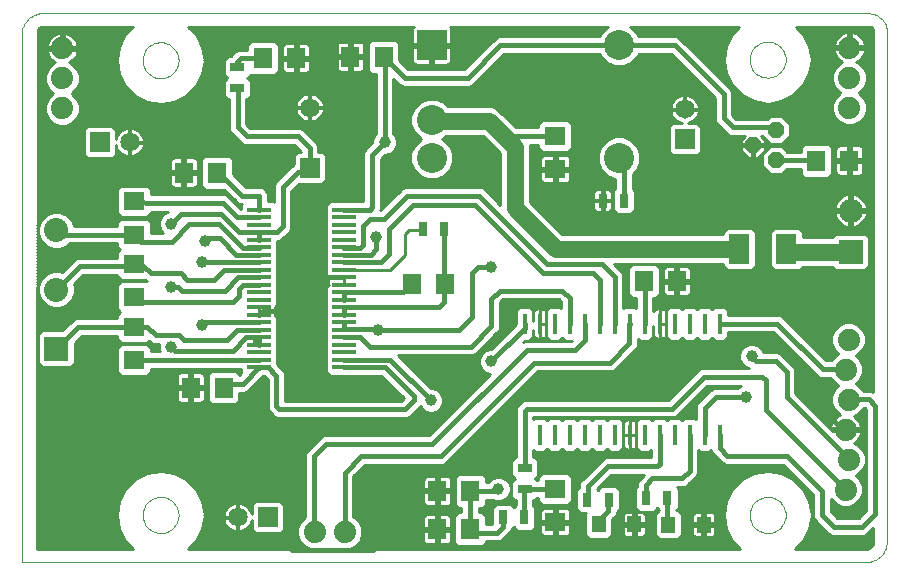
<source format=gtl>
G75*
G70*
%OFA0B0*%
%FSLAX24Y24*%
%IPPOS*%
%LPD*%
%AMOC8*
5,1,8,0,0,1.08239X$1,22.5*
%
%ADD10C,0.0000*%
%ADD11C,0.1000*%
%ADD12R,0.1000X0.1000*%
%ADD13R,0.0669X0.0984*%
%ADD14R,0.0709X0.0630*%
%ADD15R,0.0315X0.0472*%
%ADD16R,0.0800X0.0800*%
%ADD17C,0.0800*%
%ADD18C,0.0740*%
%ADD19R,0.0472X0.0551*%
%ADD20R,0.0472X0.0315*%
%ADD21R,0.0138X0.0709*%
%ADD22R,0.0630X0.0709*%
%ADD23R,0.0787X0.0157*%
%ADD24R,0.1693X0.3150*%
%ADD25R,0.0397X0.0397*%
%ADD26OC8,0.0520*%
%ADD27C,0.0650*%
%ADD28R,0.0650X0.0650*%
%ADD29C,0.0160*%
%ADD30C,0.0396*%
%ADD31C,0.0100*%
%ADD32C,0.0560*%
D10*
X000633Y000650D02*
X028766Y000650D01*
X028817Y000652D01*
X028867Y000657D01*
X028917Y000666D01*
X028966Y000679D01*
X029014Y000695D01*
X029061Y000714D01*
X029106Y000737D01*
X029150Y000763D01*
X029191Y000792D01*
X029231Y000823D01*
X029268Y000858D01*
X029303Y000895D01*
X029334Y000935D01*
X029363Y000976D01*
X029389Y001020D01*
X029412Y001065D01*
X029431Y001112D01*
X029447Y001160D01*
X029460Y001209D01*
X029469Y001259D01*
X029474Y001309D01*
X029476Y001360D01*
X029476Y018335D01*
X029474Y018383D01*
X029468Y018431D01*
X029459Y018479D01*
X029446Y018525D01*
X029429Y018570D01*
X029409Y018614D01*
X029385Y018656D01*
X029359Y018696D01*
X029329Y018734D01*
X029296Y018770D01*
X029260Y018803D01*
X029222Y018833D01*
X029182Y018859D01*
X029140Y018883D01*
X029096Y018903D01*
X029051Y018920D01*
X029005Y018933D01*
X028957Y018942D01*
X028909Y018948D01*
X028861Y018950D01*
X001333Y018950D01*
X001283Y018948D01*
X001233Y018943D01*
X001184Y018934D01*
X001136Y018922D01*
X001088Y018906D01*
X001042Y018887D01*
X000998Y018864D01*
X000955Y018839D01*
X000914Y018810D01*
X000875Y018779D01*
X000838Y018745D01*
X000804Y018708D01*
X000773Y018669D01*
X000744Y018628D01*
X000719Y018585D01*
X000696Y018541D01*
X000677Y018495D01*
X000661Y018447D01*
X000649Y018399D01*
X000640Y018350D01*
X000635Y018300D01*
X000633Y018250D01*
X000633Y018247D02*
X000633Y000650D01*
X004664Y002225D02*
X004666Y002274D01*
X004672Y002322D01*
X004682Y002370D01*
X004696Y002417D01*
X004713Y002463D01*
X004734Y002507D01*
X004759Y002549D01*
X004787Y002589D01*
X004819Y002627D01*
X004853Y002662D01*
X004890Y002694D01*
X004929Y002723D01*
X004971Y002749D01*
X005015Y002771D01*
X005060Y002789D01*
X005107Y002804D01*
X005154Y002815D01*
X005203Y002822D01*
X005252Y002825D01*
X005301Y002824D01*
X005349Y002819D01*
X005398Y002810D01*
X005445Y002797D01*
X005491Y002780D01*
X005535Y002760D01*
X005578Y002736D01*
X005619Y002709D01*
X005657Y002678D01*
X005693Y002645D01*
X005725Y002609D01*
X005755Y002570D01*
X005782Y002529D01*
X005805Y002485D01*
X005824Y002440D01*
X005840Y002394D01*
X005852Y002347D01*
X005860Y002298D01*
X005864Y002249D01*
X005864Y002201D01*
X005860Y002152D01*
X005852Y002103D01*
X005840Y002056D01*
X005824Y002010D01*
X005805Y001965D01*
X005782Y001921D01*
X005755Y001880D01*
X005725Y001841D01*
X005693Y001805D01*
X005657Y001772D01*
X005619Y001741D01*
X005578Y001714D01*
X005535Y001690D01*
X005491Y001670D01*
X005445Y001653D01*
X005398Y001640D01*
X005349Y001631D01*
X005301Y001626D01*
X005252Y001625D01*
X005203Y001628D01*
X005154Y001635D01*
X005107Y001646D01*
X005060Y001661D01*
X005015Y001679D01*
X004971Y001701D01*
X004929Y001727D01*
X004890Y001756D01*
X004853Y001788D01*
X004819Y001823D01*
X004787Y001861D01*
X004759Y001901D01*
X004734Y001943D01*
X004713Y001987D01*
X004696Y002033D01*
X004682Y002080D01*
X004672Y002128D01*
X004666Y002176D01*
X004664Y002225D01*
X024900Y002225D02*
X024902Y002274D01*
X024908Y002322D01*
X024918Y002370D01*
X024932Y002417D01*
X024949Y002463D01*
X024970Y002507D01*
X024995Y002549D01*
X025023Y002589D01*
X025055Y002627D01*
X025089Y002662D01*
X025126Y002694D01*
X025165Y002723D01*
X025207Y002749D01*
X025251Y002771D01*
X025296Y002789D01*
X025343Y002804D01*
X025390Y002815D01*
X025439Y002822D01*
X025488Y002825D01*
X025537Y002824D01*
X025585Y002819D01*
X025634Y002810D01*
X025681Y002797D01*
X025727Y002780D01*
X025771Y002760D01*
X025814Y002736D01*
X025855Y002709D01*
X025893Y002678D01*
X025929Y002645D01*
X025961Y002609D01*
X025991Y002570D01*
X026018Y002529D01*
X026041Y002485D01*
X026060Y002440D01*
X026076Y002394D01*
X026088Y002347D01*
X026096Y002298D01*
X026100Y002249D01*
X026100Y002201D01*
X026096Y002152D01*
X026088Y002103D01*
X026076Y002056D01*
X026060Y002010D01*
X026041Y001965D01*
X026018Y001921D01*
X025991Y001880D01*
X025961Y001841D01*
X025929Y001805D01*
X025893Y001772D01*
X025855Y001741D01*
X025814Y001714D01*
X025771Y001690D01*
X025727Y001670D01*
X025681Y001653D01*
X025634Y001640D01*
X025585Y001631D01*
X025537Y001626D01*
X025488Y001625D01*
X025439Y001628D01*
X025390Y001635D01*
X025343Y001646D01*
X025296Y001661D01*
X025251Y001679D01*
X025207Y001701D01*
X025165Y001727D01*
X025126Y001756D01*
X025089Y001788D01*
X025055Y001823D01*
X025023Y001861D01*
X024995Y001901D01*
X024970Y001943D01*
X024949Y001987D01*
X024932Y002033D01*
X024918Y002080D01*
X024908Y002128D01*
X024902Y002176D01*
X024900Y002225D01*
X004664Y017382D02*
X004666Y017431D01*
X004672Y017479D01*
X004682Y017527D01*
X004696Y017574D01*
X004713Y017620D01*
X004734Y017664D01*
X004759Y017706D01*
X004787Y017746D01*
X004819Y017784D01*
X004853Y017819D01*
X004890Y017851D01*
X004929Y017880D01*
X004971Y017906D01*
X005015Y017928D01*
X005060Y017946D01*
X005107Y017961D01*
X005154Y017972D01*
X005203Y017979D01*
X005252Y017982D01*
X005301Y017981D01*
X005349Y017976D01*
X005398Y017967D01*
X005445Y017954D01*
X005491Y017937D01*
X005535Y017917D01*
X005578Y017893D01*
X005619Y017866D01*
X005657Y017835D01*
X005693Y017802D01*
X005725Y017766D01*
X005755Y017727D01*
X005782Y017686D01*
X005805Y017642D01*
X005824Y017597D01*
X005840Y017551D01*
X005852Y017504D01*
X005860Y017455D01*
X005864Y017406D01*
X005864Y017358D01*
X005860Y017309D01*
X005852Y017260D01*
X005840Y017213D01*
X005824Y017167D01*
X005805Y017122D01*
X005782Y017078D01*
X005755Y017037D01*
X005725Y016998D01*
X005693Y016962D01*
X005657Y016929D01*
X005619Y016898D01*
X005578Y016871D01*
X005535Y016847D01*
X005491Y016827D01*
X005445Y016810D01*
X005398Y016797D01*
X005349Y016788D01*
X005301Y016783D01*
X005252Y016782D01*
X005203Y016785D01*
X005154Y016792D01*
X005107Y016803D01*
X005060Y016818D01*
X005015Y016836D01*
X004971Y016858D01*
X004929Y016884D01*
X004890Y016913D01*
X004853Y016945D01*
X004819Y016980D01*
X004787Y017018D01*
X004759Y017058D01*
X004734Y017100D01*
X004713Y017144D01*
X004696Y017190D01*
X004682Y017237D01*
X004672Y017285D01*
X004666Y017333D01*
X004664Y017382D01*
X024900Y017406D02*
X024902Y017455D01*
X024908Y017503D01*
X024918Y017551D01*
X024932Y017598D01*
X024949Y017644D01*
X024970Y017688D01*
X024995Y017730D01*
X025023Y017770D01*
X025055Y017808D01*
X025089Y017843D01*
X025126Y017875D01*
X025165Y017904D01*
X025207Y017930D01*
X025251Y017952D01*
X025296Y017970D01*
X025343Y017985D01*
X025390Y017996D01*
X025439Y018003D01*
X025488Y018006D01*
X025537Y018005D01*
X025585Y018000D01*
X025634Y017991D01*
X025681Y017978D01*
X025727Y017961D01*
X025771Y017941D01*
X025814Y017917D01*
X025855Y017890D01*
X025893Y017859D01*
X025929Y017826D01*
X025961Y017790D01*
X025991Y017751D01*
X026018Y017710D01*
X026041Y017666D01*
X026060Y017621D01*
X026076Y017575D01*
X026088Y017528D01*
X026096Y017479D01*
X026100Y017430D01*
X026100Y017382D01*
X026096Y017333D01*
X026088Y017284D01*
X026076Y017237D01*
X026060Y017191D01*
X026041Y017146D01*
X026018Y017102D01*
X025991Y017061D01*
X025961Y017022D01*
X025929Y016986D01*
X025893Y016953D01*
X025855Y016922D01*
X025814Y016895D01*
X025771Y016871D01*
X025727Y016851D01*
X025681Y016834D01*
X025634Y016821D01*
X025585Y016812D01*
X025537Y016807D01*
X025488Y016806D01*
X025439Y016809D01*
X025390Y016816D01*
X025343Y016827D01*
X025296Y016842D01*
X025251Y016860D01*
X025207Y016882D01*
X025165Y016908D01*
X025126Y016937D01*
X025089Y016969D01*
X025055Y017004D01*
X025023Y017042D01*
X024995Y017082D01*
X024970Y017124D01*
X024949Y017168D01*
X024932Y017214D01*
X024918Y017261D01*
X024908Y017309D01*
X024902Y017357D01*
X024900Y017406D01*
D11*
X020549Y017886D03*
X020549Y014136D03*
X014299Y014136D03*
X014299Y015386D03*
D12*
X014299Y017886D03*
D13*
X024551Y011091D03*
X026126Y011091D03*
D14*
X018417Y013756D03*
X018417Y014859D03*
X004382Y012678D03*
X004382Y011575D03*
X004374Y010587D03*
X004374Y009485D03*
X004374Y008496D03*
X004374Y007394D03*
X018417Y003091D03*
X018417Y001989D03*
D15*
X017390Y002146D03*
X016681Y002146D03*
X019492Y002737D03*
X020201Y002737D03*
X021453Y002784D03*
X022161Y002784D03*
X014720Y011772D03*
X014012Y011772D03*
X020000Y012705D03*
X020709Y012705D03*
D16*
X028268Y010996D03*
X001794Y007772D03*
D17*
X001794Y009741D03*
X001794Y011709D03*
X028268Y012374D03*
D18*
X028224Y015804D03*
X028224Y016804D03*
X028224Y017804D03*
X028196Y008071D03*
X028096Y007071D03*
X028196Y006071D03*
X028096Y005071D03*
X028196Y004071D03*
X028096Y003071D03*
X011405Y001662D03*
X010405Y001662D03*
X001988Y015780D03*
X001988Y016780D03*
X001988Y017780D03*
D19*
X019870Y001910D03*
X021051Y001910D03*
X022189Y001906D03*
X023370Y001906D03*
D20*
X017405Y003083D03*
X017405Y003792D03*
X007823Y016448D03*
X007823Y017156D03*
D21*
X017401Y008607D03*
X017901Y008607D03*
X018401Y008607D03*
X018901Y008607D03*
X019401Y008607D03*
X019901Y008607D03*
X020401Y008607D03*
X020901Y008607D03*
X021401Y008607D03*
X021901Y008607D03*
X022401Y008607D03*
X022901Y008607D03*
X023401Y008607D03*
X023901Y008607D03*
X023901Y004906D03*
X023401Y004906D03*
X022901Y004906D03*
X022401Y004906D03*
X021901Y004906D03*
X021401Y004906D03*
X020901Y004906D03*
X020401Y004906D03*
X019901Y004906D03*
X019401Y004906D03*
X018901Y004906D03*
X018401Y004906D03*
X017901Y004906D03*
X017401Y004906D03*
D22*
X015594Y003028D03*
X014492Y003028D03*
X014480Y001748D03*
X015583Y001748D03*
X007366Y006473D03*
X006264Y006473D03*
X013630Y009926D03*
X014732Y009926D03*
X021374Y010024D03*
X022476Y010024D03*
X027122Y014040D03*
X028224Y014040D03*
X012696Y017503D03*
X011594Y017503D03*
X009784Y017450D03*
X008682Y017450D03*
X007146Y013638D03*
X006043Y013638D03*
D23*
X008551Y012397D03*
X008551Y012147D03*
X008551Y011897D03*
X008551Y011647D03*
X008551Y011397D03*
X008551Y011147D03*
X008551Y010897D03*
X008551Y010647D03*
X008551Y010397D03*
X008551Y010147D03*
X008551Y009897D03*
X008551Y009647D03*
X008551Y009397D03*
X008551Y009147D03*
X008551Y008897D03*
X008551Y008647D03*
X008551Y008397D03*
X008551Y008147D03*
X008551Y007897D03*
X008551Y007647D03*
X008551Y007397D03*
X008551Y007147D03*
X011386Y007147D03*
X011386Y007397D03*
X011386Y007647D03*
X011386Y007897D03*
X011386Y008147D03*
X011386Y008397D03*
X011386Y008647D03*
X011386Y008897D03*
X011386Y009147D03*
X011386Y009397D03*
X011386Y009647D03*
X011386Y009897D03*
X011386Y010147D03*
X011386Y010397D03*
X011386Y010647D03*
X011386Y010897D03*
X011386Y011147D03*
X011386Y011397D03*
X011386Y011647D03*
X011386Y011897D03*
X011386Y012147D03*
X011386Y012397D03*
D24*
X009968Y009772D03*
D25*
X009968Y010022D03*
X009468Y010022D03*
X009468Y010522D03*
X009468Y011022D03*
X009968Y011022D03*
X009968Y010522D03*
X010468Y010522D03*
X010468Y010022D03*
X010468Y009522D03*
X009968Y009522D03*
X009468Y009522D03*
X009468Y009022D03*
X009468Y008522D03*
X009968Y008522D03*
X009968Y009022D03*
X010468Y009022D03*
X010468Y008522D03*
X010468Y011022D03*
D26*
X025018Y014552D03*
X025768Y015052D03*
X025768Y014052D03*
D27*
X022733Y015750D03*
X010233Y015807D03*
X004233Y014650D03*
X007833Y002150D03*
D28*
X008833Y002150D03*
X010233Y013807D03*
X003233Y014650D03*
X022733Y014750D03*
D29*
X024033Y015450D02*
X024333Y015150D01*
X025633Y015150D01*
X025733Y015050D01*
X025768Y014052D02*
X027110Y014052D01*
X027122Y014040D01*
X024033Y015450D02*
X024033Y016250D01*
X022397Y017886D01*
X020549Y017886D01*
X016594Y017886D01*
X015500Y016792D01*
X013407Y016792D01*
X012841Y017358D01*
X012733Y017250D01*
X012733Y014650D01*
X012311Y014228D01*
X012311Y012481D01*
X012236Y012406D01*
X011395Y012406D01*
X011386Y012397D01*
X011378Y012405D01*
X012016Y011870D02*
X012016Y011241D01*
X011917Y011142D01*
X011391Y011142D01*
X011386Y011147D01*
X011386Y010897D02*
X012263Y010897D01*
X012449Y011083D01*
X012449Y011496D01*
X012016Y011870D02*
X012232Y012087D01*
X012705Y012087D01*
X013492Y012874D01*
X015874Y012874D01*
X018157Y010591D01*
X019968Y010591D01*
X020401Y010158D01*
X020401Y008607D01*
X019909Y008615D02*
X019901Y008607D01*
X019909Y008615D02*
X019909Y010059D01*
X019673Y010296D01*
X018020Y010296D01*
X015756Y012559D01*
X013689Y012559D01*
X012882Y011752D01*
X012882Y010926D01*
X012606Y010650D01*
X011389Y010650D01*
X011386Y010647D01*
X011386Y010147D02*
X010371Y010147D01*
X010342Y010119D01*
X010372Y010119D01*
X010468Y010022D01*
X011386Y009647D02*
X011386Y009397D01*
X011386Y009147D02*
X011386Y008897D01*
X011386Y008647D02*
X011386Y008426D01*
X012488Y008426D01*
X012527Y008386D01*
X015205Y008386D01*
X015638Y008819D01*
X015638Y010276D01*
X015854Y010493D01*
X016287Y010493D01*
X016563Y009705D02*
X016287Y009430D01*
X016287Y008524D01*
X015598Y007835D01*
X012232Y007835D01*
X011917Y008150D01*
X011389Y008150D01*
X011386Y008147D01*
X011391Y007402D02*
X012921Y007402D01*
X014279Y006044D01*
X013709Y006044D02*
X013709Y006181D01*
X012743Y007147D01*
X011386Y007147D01*
X011386Y007397D02*
X011391Y007402D01*
X013413Y005748D02*
X013709Y006044D01*
X013413Y005748D02*
X009220Y005748D01*
X009122Y005847D01*
X009122Y006870D01*
X008845Y007147D01*
X008551Y007147D01*
X007999Y006595D01*
X007488Y006595D01*
X007366Y006473D01*
X008551Y007147D02*
X008559Y007139D01*
X008551Y007397D02*
X004771Y007397D01*
X004374Y007394D01*
X005106Y008209D02*
X005894Y008209D01*
X006051Y008052D01*
X007468Y008052D01*
X007823Y008406D01*
X008542Y008406D01*
X008551Y008397D01*
X008551Y008147D02*
X008115Y008147D01*
X007665Y007697D01*
X005736Y007697D01*
X005618Y007815D01*
X005106Y008209D02*
X004819Y008496D01*
X004374Y008496D01*
X002518Y008496D01*
X001794Y007772D01*
X004374Y009485D02*
X004527Y009331D01*
X007685Y009331D01*
X007882Y009528D01*
X007882Y009764D01*
X008020Y009902D01*
X008546Y009902D01*
X008551Y009897D01*
X008551Y010147D02*
X007851Y010147D01*
X007409Y009705D01*
X005972Y009705D01*
X005854Y009823D01*
X005618Y009823D01*
X005933Y010276D02*
X004929Y010276D01*
X004693Y010512D01*
X002565Y010512D01*
X001794Y009741D01*
X004374Y010587D02*
X004693Y010512D01*
X004618Y011339D02*
X004382Y011575D01*
X001927Y011575D01*
X001794Y011709D01*
X004382Y012678D02*
X004834Y012619D01*
X007350Y012619D01*
X007823Y012146D01*
X008550Y012146D01*
X008551Y012147D01*
X008551Y012397D02*
X008539Y012409D01*
X008539Y012874D01*
X007980Y012874D01*
X007216Y013638D01*
X007146Y013638D01*
X007033Y013751D01*
X007133Y013651D02*
X007146Y013638D01*
X008133Y014850D02*
X007833Y015150D01*
X007833Y016438D01*
X007823Y016448D01*
X007823Y017156D02*
X007823Y017341D01*
X007933Y017450D01*
X008682Y017450D01*
X008133Y014850D02*
X009833Y014850D01*
X010233Y014450D01*
X010233Y013807D01*
X009833Y013650D01*
X009333Y013150D01*
X009333Y011850D01*
X009130Y011647D01*
X008551Y011647D01*
X007889Y011647D01*
X007291Y012244D01*
X005933Y012244D01*
X005618Y011930D01*
X005638Y011339D02*
X006228Y011930D01*
X007212Y011930D01*
X008000Y011142D01*
X008546Y011142D01*
X008551Y011147D01*
X008551Y010897D02*
X007786Y010897D01*
X007233Y011450D01*
X006833Y011450D01*
X006733Y011350D01*
X006633Y010650D02*
X006636Y010647D01*
X008551Y010647D01*
X008551Y010397D02*
X007629Y010397D01*
X007626Y010394D01*
X007390Y010394D01*
X007055Y010059D01*
X006149Y010059D01*
X005933Y010276D01*
X005638Y011339D02*
X004618Y011339D01*
X006730Y008647D02*
X006633Y008550D01*
X006730Y008647D02*
X008551Y008647D01*
X008551Y008897D02*
X008676Y009022D01*
X009468Y009022D01*
X008551Y008147D02*
X008551Y007897D01*
X008416Y008032D01*
X011386Y009147D02*
X014548Y009147D01*
X014712Y009311D01*
X014712Y009685D01*
X014732Y009705D01*
X014732Y009926D02*
X014720Y009937D01*
X014720Y011772D01*
X013630Y009926D02*
X013351Y009647D01*
X011386Y009647D01*
X008551Y010397D02*
X008548Y010394D01*
X008551Y011397D02*
X008532Y011397D01*
X008531Y011398D01*
X008551Y011397D02*
X008551Y011647D01*
X008551Y012397D02*
X008543Y012405D01*
X012841Y017358D02*
X012696Y017503D01*
X016710Y014853D02*
X016716Y014859D01*
X018417Y014859D01*
X020549Y014136D02*
X020549Y014085D01*
X020716Y013918D01*
X020716Y012713D01*
X020709Y012705D01*
X021374Y010024D02*
X021401Y009996D01*
X021401Y008607D01*
X020901Y008607D02*
X020894Y008599D01*
X020894Y007953D01*
X020244Y007304D01*
X017724Y007304D01*
X014614Y004193D01*
X011957Y004193D01*
X011405Y003642D01*
X011405Y001662D01*
X012333Y001050D02*
X012533Y001250D01*
X012333Y001050D02*
X009633Y001050D01*
X009533Y001150D01*
X009533Y001250D01*
X010382Y001685D02*
X010405Y001662D01*
X010382Y001685D02*
X010382Y004193D01*
X010775Y004587D01*
X014319Y004587D01*
X017468Y007737D01*
X019083Y007737D01*
X019397Y008052D01*
X019397Y008603D01*
X019401Y008607D01*
X018905Y008611D02*
X018901Y008607D01*
X018905Y008611D02*
X018905Y009449D01*
X018649Y009705D01*
X016563Y009705D01*
X017401Y008607D02*
X017401Y008457D01*
X016287Y007343D01*
X017468Y005768D02*
X022311Y005768D01*
X023374Y006831D01*
X025323Y006831D01*
X025441Y006713D01*
X025441Y005709D01*
X026703Y004446D01*
X026720Y004446D01*
X028096Y003071D01*
X027311Y003012D02*
X027311Y002225D01*
X027705Y001831D01*
X028649Y001831D01*
X029083Y002264D01*
X029083Y005867D01*
X028866Y006083D01*
X028207Y006083D01*
X028196Y006071D01*
X027311Y005768D02*
X028008Y005071D01*
X028096Y005071D01*
X028196Y004096D02*
X026130Y006162D01*
X026130Y007000D01*
X025768Y007363D01*
X025126Y007363D01*
X024968Y007520D01*
X025811Y008607D02*
X023901Y008607D01*
X025811Y008607D02*
X027331Y007087D01*
X028080Y007087D01*
X028096Y007071D01*
X024771Y006162D02*
X023768Y006162D01*
X023401Y005796D01*
X023401Y004906D01*
X022901Y004906D02*
X022901Y003701D01*
X022646Y003445D01*
X021661Y003445D01*
X021445Y003229D01*
X021445Y002792D01*
X021453Y002784D01*
X022161Y002784D02*
X022161Y001933D01*
X022189Y001906D01*
X020185Y002363D02*
X020185Y002721D01*
X020201Y002737D01*
X020185Y002363D02*
X019870Y002048D01*
X019870Y001910D01*
X019492Y002737D02*
X019496Y002741D01*
X019496Y003189D01*
X020165Y003859D01*
X021819Y003859D01*
X021901Y003941D01*
X021901Y004906D01*
X023901Y004906D02*
X023901Y004453D01*
X024161Y004193D01*
X026130Y004193D01*
X027311Y003012D01*
X028196Y004071D02*
X028196Y004096D01*
X018417Y003091D02*
X017413Y003091D01*
X017405Y003083D01*
X017390Y003067D01*
X017390Y002146D01*
X016681Y002146D02*
X016681Y001831D01*
X016484Y001634D01*
X015697Y001634D01*
X015583Y001748D01*
X015583Y003016D01*
X015594Y003028D01*
X016460Y003028D01*
X016523Y003091D01*
X017401Y003796D02*
X017405Y003792D01*
X017401Y003796D02*
X017401Y004906D01*
X017401Y005701D01*
X017468Y005768D01*
D30*
X016287Y007343D03*
X014279Y006044D03*
X012333Y006450D03*
X011633Y006450D03*
X012527Y008386D03*
X016287Y010493D03*
X012449Y011496D03*
X012733Y014650D03*
X006733Y011350D03*
X006633Y010650D03*
X005618Y009823D03*
X006633Y008550D03*
X005618Y007815D03*
X008533Y006350D03*
X005618Y011930D03*
X016523Y003091D03*
X024771Y006162D03*
X024968Y007520D03*
D31*
X024598Y007348D02*
X020699Y007348D01*
X020797Y007447D02*
X024560Y007447D01*
X024560Y007439D02*
X024622Y007289D01*
X024737Y007174D01*
X024865Y007121D01*
X023316Y007121D01*
X023210Y007077D01*
X023128Y006995D01*
X022191Y006058D01*
X017411Y006058D01*
X017304Y006014D01*
X017156Y005865D01*
X017111Y005759D01*
X017111Y004159D01*
X017082Y004159D01*
X016959Y004036D01*
X016959Y003547D01*
X017069Y003437D01*
X016959Y003328D01*
X016959Y002839D01*
X017082Y002716D01*
X017100Y002716D01*
X017100Y002547D01*
X017035Y002482D01*
X016925Y002592D01*
X016436Y002592D01*
X016313Y002469D01*
X016313Y001924D01*
X016107Y001924D01*
X016107Y002190D01*
X015984Y002313D01*
X015873Y002313D01*
X015873Y002464D01*
X015996Y002464D01*
X016119Y002587D01*
X016119Y002738D01*
X016309Y002738D01*
X016442Y002683D01*
X016605Y002683D01*
X016755Y002745D01*
X016869Y002860D01*
X016932Y003010D01*
X016932Y003172D01*
X016869Y003322D01*
X016755Y003437D01*
X016605Y003499D01*
X016442Y003499D01*
X016292Y003437D01*
X016177Y003322D01*
X016176Y003318D01*
X016119Y003318D01*
X016119Y003469D01*
X015996Y003592D01*
X015192Y003592D01*
X015069Y003469D01*
X015069Y002587D01*
X015192Y002464D01*
X015293Y002464D01*
X015293Y002313D01*
X015181Y002313D01*
X015058Y002190D01*
X015058Y001307D01*
X015181Y001184D01*
X015984Y001184D01*
X016107Y001307D01*
X016107Y001344D01*
X016542Y001344D01*
X016648Y001388D01*
X016845Y001585D01*
X016927Y001667D01*
X016951Y001726D01*
X017035Y001810D01*
X017145Y001700D01*
X017634Y001700D01*
X017757Y001823D01*
X017757Y002469D01*
X017680Y002547D01*
X017680Y002716D01*
X017729Y002716D01*
X017814Y002801D01*
X017853Y002801D01*
X017853Y002689D01*
X017976Y002566D01*
X018858Y002566D01*
X018981Y002689D01*
X018981Y003493D01*
X018858Y003616D01*
X017976Y003616D01*
X017853Y003493D01*
X017853Y003381D01*
X017798Y003381D01*
X017742Y003437D01*
X017852Y003547D01*
X017852Y004036D01*
X017729Y004159D01*
X017691Y004159D01*
X017691Y004396D01*
X017746Y004342D01*
X018057Y004342D01*
X018151Y004436D01*
X018246Y004342D01*
X018557Y004342D01*
X018651Y004436D01*
X018746Y004342D01*
X019057Y004342D01*
X019151Y004436D01*
X019246Y004342D01*
X019557Y004342D01*
X019651Y004436D01*
X019746Y004342D01*
X020057Y004342D01*
X020151Y004436D01*
X020246Y004342D01*
X020557Y004342D01*
X020680Y004465D01*
X020680Y005347D01*
X020557Y005470D01*
X020246Y005470D01*
X020151Y005376D01*
X020057Y005470D01*
X019746Y005470D01*
X019651Y005376D01*
X019557Y005470D01*
X019246Y005470D01*
X019151Y005376D01*
X019057Y005470D01*
X018746Y005470D01*
X018651Y005376D01*
X018557Y005470D01*
X018246Y005470D01*
X018151Y005376D01*
X018057Y005470D01*
X017746Y005470D01*
X017691Y005416D01*
X017691Y005478D01*
X022369Y005478D01*
X022475Y005522D01*
X023494Y006541D01*
X024621Y006541D01*
X024540Y006508D01*
X024484Y006452D01*
X023710Y006452D01*
X023603Y006408D01*
X023522Y006326D01*
X023156Y005960D01*
X023111Y005853D01*
X023111Y005416D01*
X023057Y005470D01*
X022746Y005470D01*
X022651Y005376D01*
X022557Y005470D01*
X022246Y005470D01*
X022151Y005376D01*
X022057Y005470D01*
X021746Y005470D01*
X021651Y005376D01*
X021557Y005470D01*
X021246Y005470D01*
X021123Y005347D01*
X021123Y004465D01*
X021246Y004342D01*
X021557Y004342D01*
X021611Y004396D01*
X021611Y004149D01*
X020108Y004149D01*
X020001Y004105D01*
X019332Y003435D01*
X019250Y003354D01*
X019206Y003247D01*
X019206Y003141D01*
X019124Y003060D01*
X019124Y002413D01*
X019248Y002290D01*
X019442Y002290D01*
X019424Y002272D01*
X019424Y001547D01*
X019547Y001424D01*
X020193Y001424D01*
X020316Y001547D01*
X020316Y002084D01*
X020349Y002117D01*
X020431Y002198D01*
X020475Y002305D01*
X020475Y002320D01*
X020568Y002413D01*
X020568Y003060D01*
X020445Y003183D01*
X019956Y003183D01*
X019846Y003073D01*
X019818Y003101D01*
X020285Y003569D01*
X021375Y003569D01*
X021280Y003475D01*
X021199Y003393D01*
X021155Y003286D01*
X021155Y003177D01*
X021085Y003107D01*
X021085Y002461D01*
X021208Y002338D01*
X021697Y002338D01*
X021807Y002448D01*
X021864Y002390D01*
X021743Y002268D01*
X021743Y001543D01*
X021866Y001420D01*
X022512Y001420D01*
X022635Y001543D01*
X022635Y002268D01*
X022512Y002391D01*
X022460Y002391D01*
X022529Y002461D01*
X022529Y003107D01*
X022481Y003155D01*
X022703Y003155D01*
X022810Y003199D01*
X022891Y003281D01*
X023147Y003537D01*
X023191Y003643D01*
X023191Y004396D01*
X023246Y004342D01*
X023557Y004342D01*
X023611Y004396D01*
X023611Y004395D01*
X023656Y004289D01*
X023915Y004029D01*
X023997Y003947D01*
X024104Y003903D01*
X026010Y003903D01*
X027021Y002892D01*
X027021Y002167D01*
X027065Y002061D01*
X027459Y001667D01*
X027540Y001585D01*
X027647Y001541D01*
X028707Y001541D01*
X028814Y001585D01*
X029026Y001798D01*
X029026Y001360D01*
X029023Y001319D01*
X028998Y001242D01*
X028950Y001176D01*
X028884Y001128D01*
X028807Y001103D01*
X028766Y001100D01*
X026421Y001100D01*
X026685Y001364D01*
X026893Y001772D01*
X026893Y001772D01*
X026965Y002225D01*
X026893Y002678D01*
X026685Y003086D01*
X026361Y003410D01*
X026361Y003410D01*
X025953Y003618D01*
X025953Y003618D01*
X025500Y003690D01*
X025047Y003618D01*
X024639Y003410D01*
X024315Y003086D01*
X024315Y003086D01*
X024107Y002678D01*
X024107Y002678D01*
X024035Y002225D01*
X024035Y002225D01*
X024107Y001772D01*
X024315Y001364D01*
X024315Y001364D01*
X024578Y001100D01*
X011565Y001100D01*
X011734Y001170D01*
X011897Y001333D01*
X011985Y001546D01*
X011985Y001777D01*
X011897Y001990D01*
X011734Y002154D01*
X011695Y002169D01*
X011695Y003522D01*
X012077Y003903D01*
X014672Y003903D01*
X014778Y003947D01*
X014860Y004029D01*
X017844Y007014D01*
X020302Y007014D01*
X020408Y007058D01*
X021058Y007707D01*
X021139Y007789D01*
X021184Y007895D01*
X021184Y008104D01*
X021246Y008042D01*
X021557Y008042D01*
X021680Y008165D01*
X021680Y008522D01*
X021683Y008528D01*
X021683Y008233D01*
X021693Y008194D01*
X021712Y008160D01*
X021740Y008132D01*
X021775Y008113D01*
X021813Y008102D01*
X021901Y008102D01*
X021901Y008607D01*
X021901Y009111D01*
X021813Y009111D01*
X021775Y009101D01*
X021740Y009081D01*
X021712Y009053D01*
X021693Y009019D01*
X021691Y009014D01*
X021691Y009460D01*
X021776Y009460D01*
X021899Y009583D01*
X021899Y010465D01*
X021776Y010588D01*
X020972Y010588D01*
X020849Y010465D01*
X020849Y009583D01*
X020972Y009460D01*
X021111Y009460D01*
X021111Y009117D01*
X021057Y009171D01*
X020746Y009171D01*
X020691Y009117D01*
X020691Y010216D01*
X020647Y010322D01*
X020566Y010404D01*
X020368Y010601D01*
X024006Y010601D01*
X024006Y010512D01*
X024129Y010389D01*
X024973Y010389D01*
X025096Y010512D01*
X025096Y011670D01*
X024973Y011793D01*
X024129Y011793D01*
X024006Y011670D01*
X024006Y011581D01*
X018648Y011581D01*
X017565Y012664D01*
X017565Y014569D01*
X017853Y014569D01*
X017853Y014457D01*
X017976Y014334D01*
X018858Y014334D01*
X018981Y014457D01*
X018981Y015261D01*
X018858Y015384D01*
X017976Y015384D01*
X017853Y015261D01*
X017853Y015149D01*
X017108Y015149D01*
X016624Y015632D01*
X016486Y015770D01*
X016306Y015845D01*
X014845Y015845D01*
X014701Y015988D01*
X014440Y016096D01*
X014158Y016096D01*
X013897Y015988D01*
X013697Y015788D01*
X013589Y015527D01*
X013589Y015245D01*
X013697Y014984D01*
X013897Y014784D01*
X013953Y014761D01*
X013897Y014738D01*
X013697Y014538D01*
X013589Y014277D01*
X013589Y013995D01*
X013697Y013734D01*
X013897Y013534D01*
X014158Y013426D01*
X014440Y013426D01*
X014701Y013534D01*
X014901Y013734D01*
X015009Y013995D01*
X015009Y014277D01*
X014901Y014538D01*
X014701Y014738D01*
X014645Y014761D01*
X014701Y014784D01*
X014782Y014865D01*
X016006Y014865D01*
X016433Y014437D01*
X016585Y014286D01*
X016585Y012574D01*
X016038Y013120D01*
X015932Y013164D01*
X013434Y013164D01*
X013328Y013120D01*
X013246Y013039D01*
X013246Y013039D01*
X012584Y012377D01*
X012582Y012377D01*
X012601Y012423D01*
X012601Y014108D01*
X012735Y014242D01*
X012814Y014242D01*
X012964Y014304D01*
X013079Y014419D01*
X013141Y014569D01*
X013141Y014731D01*
X013079Y014881D01*
X013023Y014937D01*
X013023Y016766D01*
X013243Y016546D01*
X013349Y016502D01*
X015558Y016502D01*
X015664Y016546D01*
X016714Y017596D01*
X019901Y017596D01*
X019947Y017484D01*
X020147Y017284D01*
X020408Y017176D01*
X020690Y017176D01*
X020951Y017284D01*
X021151Y017484D01*
X021197Y017596D01*
X022277Y017596D01*
X023743Y016130D01*
X023743Y015392D01*
X023787Y015286D01*
X024087Y014986D01*
X024169Y014904D01*
X024275Y014860D01*
X024746Y014860D01*
X024608Y014721D01*
X024608Y014582D01*
X024988Y014582D01*
X024988Y014522D01*
X025048Y014522D01*
X025048Y014582D01*
X025428Y014582D01*
X025428Y014721D01*
X025289Y014860D01*
X025298Y014860D01*
X025298Y014857D01*
X025573Y014582D01*
X025962Y014582D01*
X026238Y014857D01*
X026238Y015246D01*
X025962Y015522D01*
X025573Y015522D01*
X025491Y015440D01*
X024453Y015440D01*
X024323Y015570D01*
X024323Y016308D01*
X024279Y016414D01*
X024197Y016496D01*
X022561Y018132D01*
X022454Y018176D01*
X021197Y018176D01*
X021151Y018288D01*
X020951Y018488D01*
X020923Y018500D01*
X024548Y018500D01*
X024315Y018267D01*
X024107Y017859D01*
X024107Y017859D01*
X024035Y017406D01*
X024107Y016953D01*
X024315Y016545D01*
X024639Y016221D01*
X025047Y016013D01*
X025500Y015941D01*
X025953Y016013D01*
X026361Y016221D01*
X026685Y016545D01*
X026893Y016953D01*
X026965Y017406D01*
X026893Y017859D01*
X026685Y018267D01*
X026452Y018500D01*
X028861Y018500D01*
X028887Y018498D01*
X028936Y018482D01*
X028978Y018452D01*
X029008Y018410D01*
X029024Y018360D01*
X029026Y018335D01*
X029026Y006331D01*
X028924Y006373D01*
X028698Y006373D01*
X028687Y006400D01*
X028524Y006563D01*
X028442Y006597D01*
X028587Y006743D01*
X028676Y006956D01*
X028676Y007187D01*
X028587Y007400D01*
X028442Y007545D01*
X029026Y007545D01*
X029026Y007447D02*
X028540Y007447D01*
X028609Y007348D02*
X029026Y007348D01*
X029026Y007250D02*
X028649Y007250D01*
X028676Y007151D02*
X029026Y007151D01*
X029026Y007053D02*
X028676Y007053D01*
X028675Y006954D02*
X029026Y006954D01*
X029026Y006856D02*
X028634Y006856D01*
X028593Y006757D02*
X029026Y006757D01*
X029026Y006659D02*
X028503Y006659D01*
X028527Y006560D02*
X029026Y006560D01*
X029026Y006462D02*
X028625Y006462D01*
X028948Y006363D02*
X029026Y006363D01*
X028746Y005793D02*
X028793Y005746D01*
X028793Y002384D01*
X028529Y002121D01*
X027825Y002121D01*
X027601Y002345D01*
X027601Y002750D01*
X027604Y002743D01*
X027767Y002580D01*
X027980Y002491D01*
X028211Y002491D01*
X028424Y002580D01*
X028587Y002743D01*
X028676Y002956D01*
X028676Y003187D01*
X028587Y003400D01*
X028442Y003545D01*
X028524Y003580D01*
X028687Y003743D01*
X028776Y003956D01*
X028776Y004187D01*
X028687Y004400D01*
X028524Y004563D01*
X028369Y004627D01*
X028434Y004675D01*
X028492Y004733D01*
X028540Y004799D01*
X028577Y004872D01*
X028603Y004949D01*
X028614Y005021D01*
X028146Y005021D01*
X028146Y005121D01*
X028614Y005121D01*
X028603Y005193D01*
X028577Y005271D01*
X028540Y005344D01*
X028492Y005410D01*
X028434Y005468D01*
X028369Y005515D01*
X028524Y005580D01*
X028687Y005743D01*
X028708Y005793D01*
X028746Y005793D01*
X028767Y005772D02*
X028699Y005772D01*
X028618Y005674D02*
X028793Y005674D01*
X028793Y005575D02*
X028513Y005575D01*
X028422Y005477D02*
X028793Y005477D01*
X028793Y005378D02*
X028515Y005378D01*
X028573Y005280D02*
X028793Y005280D01*
X028793Y005181D02*
X028605Y005181D01*
X028608Y004984D02*
X028793Y004984D01*
X028793Y004886D02*
X028582Y004886D01*
X028532Y004787D02*
X028793Y004787D01*
X028793Y004689D02*
X028448Y004689D01*
X028459Y004590D02*
X028793Y004590D01*
X028793Y004492D02*
X028596Y004492D01*
X028690Y004393D02*
X028793Y004393D01*
X028793Y004295D02*
X028731Y004295D01*
X028772Y004196D02*
X028793Y004196D01*
X028793Y004098D02*
X028776Y004098D01*
X028776Y003999D02*
X028793Y003999D01*
X028793Y003901D02*
X028753Y003901D01*
X028793Y003802D02*
X028712Y003802D01*
X028648Y003704D02*
X028793Y003704D01*
X028793Y003605D02*
X028550Y003605D01*
X028481Y003507D02*
X028793Y003507D01*
X028793Y003408D02*
X028579Y003408D01*
X028625Y003310D02*
X028793Y003310D01*
X028793Y003211D02*
X028665Y003211D01*
X028676Y003113D02*
X028793Y003113D01*
X028793Y003014D02*
X028676Y003014D01*
X028659Y002916D02*
X028793Y002916D01*
X028793Y002817D02*
X028618Y002817D01*
X028563Y002719D02*
X028793Y002719D01*
X028793Y002620D02*
X028465Y002620D01*
X028284Y002522D02*
X028793Y002522D01*
X028793Y002423D02*
X027601Y002423D01*
X027601Y002522D02*
X027907Y002522D01*
X027727Y002620D02*
X027601Y002620D01*
X027601Y002719D02*
X027628Y002719D01*
X027621Y002325D02*
X028733Y002325D01*
X028634Y002226D02*
X027720Y002226D01*
X027818Y002128D02*
X028536Y002128D01*
X028962Y001734D02*
X029026Y001734D01*
X029026Y001635D02*
X028863Y001635D01*
X029026Y001537D02*
X026773Y001537D01*
X026823Y001635D02*
X027491Y001635D01*
X027392Y001734D02*
X026873Y001734D01*
X026903Y001832D02*
X027294Y001832D01*
X027195Y001931D02*
X026918Y001931D01*
X026934Y002029D02*
X027097Y002029D01*
X027037Y002128D02*
X026949Y002128D01*
X026965Y002226D02*
X027021Y002226D01*
X027021Y002325D02*
X026949Y002325D01*
X026933Y002423D02*
X027021Y002423D01*
X027021Y002522D02*
X026918Y002522D01*
X026902Y002620D02*
X027021Y002620D01*
X027021Y002719D02*
X026872Y002719D01*
X026893Y002678D02*
X026893Y002678D01*
X026822Y002817D02*
X027021Y002817D01*
X026997Y002916D02*
X026772Y002916D01*
X026722Y003014D02*
X026899Y003014D01*
X026800Y003113D02*
X026658Y003113D01*
X026685Y003086D02*
X026685Y003086D01*
X026685Y003086D01*
X026702Y003211D02*
X026560Y003211D01*
X026603Y003310D02*
X026461Y003310D01*
X026505Y003408D02*
X026363Y003408D01*
X026406Y003507D02*
X026172Y003507D01*
X026308Y003605D02*
X025978Y003605D01*
X026111Y003802D02*
X023191Y003802D01*
X023191Y003704D02*
X026209Y003704D01*
X026012Y003901D02*
X023191Y003901D01*
X023191Y003999D02*
X023945Y003999D01*
X023847Y004098D02*
X023191Y004098D01*
X023191Y004196D02*
X023748Y004196D01*
X023653Y004295D02*
X023191Y004295D01*
X023191Y004393D02*
X023194Y004393D01*
X023609Y004393D02*
X023612Y004393D01*
X023175Y003605D02*
X025021Y003605D01*
X024828Y003507D02*
X023117Y003507D01*
X023018Y003408D02*
X024637Y003408D01*
X024639Y003410D02*
X024639Y003410D01*
X024538Y003310D02*
X022920Y003310D01*
X022821Y003211D02*
X024440Y003211D01*
X024341Y003113D02*
X022523Y003113D01*
X022529Y003014D02*
X024278Y003014D01*
X024228Y002916D02*
X022529Y002916D01*
X022529Y002817D02*
X024178Y002817D01*
X024127Y002719D02*
X022529Y002719D01*
X022529Y002620D02*
X024097Y002620D01*
X024082Y002522D02*
X022529Y002522D01*
X022491Y002423D02*
X024066Y002423D01*
X024051Y002325D02*
X023652Y002325D01*
X023664Y002321D02*
X023626Y002331D01*
X023420Y002331D01*
X023420Y001956D01*
X023320Y001956D01*
X023320Y002331D01*
X023114Y002331D01*
X023076Y002321D01*
X023042Y002302D01*
X023014Y002274D01*
X022994Y002239D01*
X022984Y002201D01*
X022984Y001956D01*
X023320Y001956D01*
X023320Y001856D01*
X022984Y001856D01*
X022984Y001611D01*
X022994Y001572D01*
X023014Y001538D01*
X023042Y001510D01*
X023076Y001491D01*
X023114Y001480D01*
X023320Y001480D01*
X023320Y001856D01*
X023420Y001856D01*
X023420Y001956D01*
X023756Y001956D01*
X023756Y002201D01*
X023746Y002239D01*
X023726Y002274D01*
X023698Y002302D01*
X023664Y002321D01*
X023750Y002226D02*
X024035Y002226D01*
X024050Y002128D02*
X023756Y002128D01*
X023756Y002029D02*
X024066Y002029D01*
X024081Y001931D02*
X023420Y001931D01*
X023420Y001856D02*
X023756Y001856D01*
X023756Y001611D01*
X023746Y001572D01*
X023726Y001538D01*
X023698Y001510D01*
X023664Y001491D01*
X023626Y001480D01*
X023420Y001480D01*
X023420Y001856D01*
X023420Y001832D02*
X023320Y001832D01*
X023320Y001734D02*
X023420Y001734D01*
X023420Y001635D02*
X023320Y001635D01*
X023320Y001537D02*
X023420Y001537D01*
X023724Y001537D02*
X024227Y001537D01*
X024176Y001635D02*
X023756Y001635D01*
X023756Y001734D02*
X024126Y001734D01*
X024107Y001772D02*
X024107Y001772D01*
X024097Y001832D02*
X023756Y001832D01*
X023420Y002029D02*
X023320Y002029D01*
X023320Y001931D02*
X022635Y001931D01*
X022635Y002029D02*
X022984Y002029D01*
X022984Y002128D02*
X022635Y002128D01*
X022635Y002226D02*
X022990Y002226D01*
X023088Y002325D02*
X022579Y002325D01*
X022635Y001832D02*
X022984Y001832D01*
X022984Y001734D02*
X022635Y001734D01*
X022635Y001635D02*
X022984Y001635D01*
X023015Y001537D02*
X022628Y001537D01*
X022530Y001438D02*
X024277Y001438D01*
X024339Y001340D02*
X016107Y001340D01*
X016041Y001241D02*
X024437Y001241D01*
X024536Y001143D02*
X011667Y001143D01*
X011805Y001241D02*
X015124Y001241D01*
X015058Y001340D02*
X014936Y001340D01*
X014935Y001336D02*
X014945Y001374D01*
X014945Y001698D01*
X014530Y001698D01*
X014530Y001244D01*
X014815Y001244D01*
X014853Y001254D01*
X014887Y001274D01*
X014915Y001302D01*
X014935Y001336D01*
X014945Y001438D02*
X015058Y001438D01*
X015058Y001537D02*
X014945Y001537D01*
X014945Y001635D02*
X015058Y001635D01*
X015058Y001734D02*
X014530Y001734D01*
X014530Y001698D02*
X014530Y001798D01*
X014945Y001798D01*
X014945Y002123D01*
X014935Y002161D01*
X014915Y002195D01*
X014887Y002223D01*
X014853Y002243D01*
X014815Y002253D01*
X014530Y002253D01*
X014530Y001798D01*
X014430Y001798D01*
X014430Y001698D01*
X014530Y001698D01*
X014530Y001635D02*
X014430Y001635D01*
X014430Y001698D02*
X014430Y001244D01*
X014145Y001244D01*
X014107Y001254D01*
X014073Y001274D01*
X014045Y001302D01*
X014025Y001336D01*
X014015Y001374D01*
X014015Y001698D01*
X014430Y001698D01*
X014430Y001734D02*
X011985Y001734D01*
X011985Y001635D02*
X014015Y001635D01*
X014015Y001537D02*
X011981Y001537D01*
X011940Y001438D02*
X014015Y001438D01*
X014025Y001340D02*
X011900Y001340D01*
X011963Y001832D02*
X014015Y001832D01*
X014015Y001798D02*
X014430Y001798D01*
X014430Y002253D01*
X014145Y002253D01*
X014107Y002243D01*
X014073Y002223D01*
X014045Y002195D01*
X014025Y002161D01*
X014015Y002123D01*
X014015Y001798D01*
X014015Y001931D02*
X011922Y001931D01*
X011858Y002029D02*
X014015Y002029D01*
X014017Y002128D02*
X011760Y002128D01*
X011695Y002226D02*
X014079Y002226D01*
X014157Y002524D02*
X014442Y002524D01*
X014442Y002978D01*
X014027Y002978D01*
X014027Y002654D01*
X014037Y002616D01*
X014057Y002582D01*
X014085Y002554D01*
X014119Y002534D01*
X014157Y002524D01*
X014036Y002620D02*
X011695Y002620D01*
X011695Y002522D02*
X015135Y002522D01*
X015069Y002620D02*
X014948Y002620D01*
X014947Y002616D02*
X014957Y002654D01*
X014957Y002978D01*
X014542Y002978D01*
X014542Y003078D01*
X014442Y003078D01*
X014442Y003532D01*
X014157Y003532D01*
X014119Y003522D01*
X014085Y003502D01*
X014057Y003474D01*
X014037Y003440D01*
X014027Y003402D01*
X014027Y003078D01*
X014442Y003078D01*
X014442Y002978D01*
X014542Y002978D01*
X014542Y002524D01*
X014827Y002524D01*
X014865Y002534D01*
X014899Y002554D01*
X014927Y002582D01*
X014947Y002616D01*
X014957Y002719D02*
X015069Y002719D01*
X015069Y002817D02*
X014957Y002817D01*
X014957Y002916D02*
X015069Y002916D01*
X015069Y003014D02*
X014542Y003014D01*
X014542Y003078D02*
X014957Y003078D01*
X014957Y003402D01*
X014947Y003440D01*
X014927Y003474D01*
X014899Y003502D01*
X014865Y003522D01*
X014827Y003532D01*
X014542Y003532D01*
X014542Y003078D01*
X014542Y003113D02*
X014442Y003113D01*
X014442Y003211D02*
X014542Y003211D01*
X014542Y003310D02*
X014442Y003310D01*
X014442Y003408D02*
X014542Y003408D01*
X014542Y003507D02*
X014442Y003507D01*
X014092Y003507D02*
X011695Y003507D01*
X011695Y003408D02*
X014029Y003408D01*
X014027Y003310D02*
X011695Y003310D01*
X011695Y003211D02*
X014027Y003211D01*
X014027Y003113D02*
X011695Y003113D01*
X011695Y003014D02*
X014442Y003014D01*
X014442Y002916D02*
X014542Y002916D01*
X014542Y002817D02*
X014442Y002817D01*
X014442Y002719D02*
X014542Y002719D01*
X014542Y002620D02*
X014442Y002620D01*
X014027Y002719D02*
X011695Y002719D01*
X011695Y002817D02*
X014027Y002817D01*
X014027Y002916D02*
X011695Y002916D01*
X011695Y002423D02*
X015293Y002423D01*
X015293Y002325D02*
X011695Y002325D01*
X010246Y001100D02*
X006185Y001100D01*
X006449Y001364D01*
X006657Y001772D01*
X006657Y001772D01*
X006729Y002225D01*
X006657Y002678D01*
X006449Y003086D01*
X006125Y003410D01*
X006125Y003410D01*
X005716Y003618D01*
X005264Y003690D01*
X005264Y003690D01*
X004811Y003618D01*
X004811Y003618D01*
X004403Y003410D01*
X004403Y003410D01*
X004078Y003086D01*
X003870Y002678D01*
X003870Y002678D01*
X003799Y002225D01*
X003870Y001772D01*
X004078Y001364D01*
X004342Y001100D01*
X001150Y001100D01*
X001168Y018436D01*
X001219Y018473D01*
X001294Y018497D01*
X001333Y018500D01*
X004335Y018500D01*
X004078Y018243D01*
X003870Y017835D01*
X003799Y017382D01*
X003870Y016930D01*
X003870Y016930D01*
X004078Y016521D01*
X004403Y016197D01*
X004811Y015989D01*
X005264Y015917D01*
X005716Y015989D01*
X005716Y015989D01*
X006125Y016197D01*
X006449Y016521D01*
X006449Y016521D01*
X006657Y016930D01*
X006729Y017382D01*
X006729Y017382D01*
X006657Y017835D01*
X006449Y018243D01*
X006192Y018500D01*
X013701Y018500D01*
X013679Y018478D01*
X013659Y018444D01*
X013649Y018406D01*
X013649Y017936D01*
X014249Y017936D01*
X014249Y017836D01*
X014349Y017836D01*
X014349Y017236D01*
X014819Y017236D01*
X014857Y017246D01*
X014891Y017266D01*
X014919Y017294D01*
X014939Y017328D01*
X014949Y017366D01*
X014949Y017836D01*
X014349Y017836D01*
X014349Y017936D01*
X014949Y017936D01*
X014949Y018406D01*
X014939Y018444D01*
X014919Y018478D01*
X014897Y018500D01*
X020176Y018500D01*
X020147Y018488D01*
X019947Y018288D01*
X019901Y018176D01*
X016537Y018176D01*
X016430Y018132D01*
X015380Y017082D01*
X013527Y017082D01*
X013221Y017388D01*
X013221Y017944D01*
X013098Y018067D01*
X012294Y018067D01*
X012171Y017944D01*
X012171Y017061D01*
X012294Y016938D01*
X012443Y016938D01*
X012443Y014937D01*
X012387Y014881D01*
X012325Y014731D01*
X012325Y014652D01*
X012065Y014392D01*
X012021Y014286D01*
X012021Y012696D01*
X011337Y012696D01*
X011334Y012695D01*
X011320Y012695D01*
X011298Y012686D01*
X010905Y012686D01*
X010782Y012563D01*
X010782Y010231D01*
X010842Y010171D01*
X010842Y010147D01*
X010842Y010049D01*
X010849Y010022D01*
X010842Y009996D01*
X010842Y009897D01*
X010842Y009873D01*
X010782Y009813D01*
X010782Y006981D01*
X010905Y006858D01*
X011325Y006858D01*
X011328Y006857D01*
X012623Y006857D01*
X013367Y006113D01*
X013293Y006038D01*
X009412Y006038D01*
X009412Y006928D01*
X009368Y007035D01*
X009286Y007116D01*
X009155Y007248D01*
X009155Y008813D01*
X009095Y008873D01*
X009095Y008897D01*
X009070Y008897D01*
X009095Y008897D01*
X009095Y008996D01*
X009088Y009022D01*
X009095Y009049D01*
X009095Y009147D01*
X009070Y009147D01*
X009070Y009147D01*
X009095Y009147D01*
X009095Y009171D01*
X009155Y009231D01*
X009155Y011357D01*
X009188Y011357D01*
X009294Y011401D01*
X009376Y011483D01*
X009497Y011604D01*
X009497Y011604D01*
X009579Y011686D01*
X009623Y011792D01*
X009623Y013030D01*
X009866Y013272D01*
X010645Y013272D01*
X010768Y013395D01*
X010768Y014219D01*
X010645Y014342D01*
X010523Y014342D01*
X010523Y014508D01*
X010479Y014614D01*
X010079Y015014D01*
X009997Y015096D01*
X009891Y015140D01*
X008253Y015140D01*
X008123Y015270D01*
X008123Y016080D01*
X008147Y016080D01*
X008270Y016203D01*
X008270Y016692D01*
X008160Y016802D01*
X008262Y016904D01*
X008280Y016886D01*
X009084Y016886D01*
X009207Y017009D01*
X009207Y017891D01*
X009084Y018014D01*
X008280Y018014D01*
X008157Y017891D01*
X008157Y017740D01*
X007875Y017740D01*
X007769Y017696D01*
X007687Y017614D01*
X007597Y017524D01*
X007500Y017524D01*
X007377Y017401D01*
X007377Y016912D01*
X007487Y016802D01*
X007377Y016692D01*
X007377Y016203D01*
X007500Y016080D01*
X007543Y016080D01*
X007543Y015092D01*
X007587Y014986D01*
X007669Y014904D01*
X007969Y014604D01*
X008075Y014560D01*
X009713Y014560D01*
X009930Y014342D01*
X009821Y014342D01*
X009698Y014219D01*
X009698Y013909D01*
X009673Y013899D01*
X009671Y013897D01*
X009669Y013896D01*
X009630Y013857D01*
X009590Y013819D01*
X009589Y013816D01*
X009087Y013314D01*
X009043Y013208D01*
X009043Y012675D01*
X009032Y012686D01*
X008829Y012686D01*
X008829Y012932D01*
X008785Y013039D01*
X008703Y013120D01*
X008597Y013164D01*
X008100Y013164D01*
X007670Y013594D01*
X007670Y014080D01*
X007547Y014203D01*
X006744Y014203D01*
X006621Y014080D01*
X006621Y013197D01*
X006744Y013074D01*
X007371Y013074D01*
X007734Y012710D01*
X007816Y012629D01*
X007922Y012584D01*
X007969Y012584D01*
X007947Y012563D01*
X007947Y012436D01*
X007943Y012436D01*
X007515Y012864D01*
X007580Y012864D01*
X007515Y012864D02*
X007408Y012909D01*
X004946Y012909D01*
X004946Y013080D01*
X004823Y013203D01*
X003940Y013203D01*
X003817Y013080D01*
X003817Y012276D01*
X003940Y012153D01*
X004823Y012153D01*
X004946Y012276D01*
X004946Y012329D01*
X005515Y012329D01*
X005387Y012276D01*
X005272Y012161D01*
X005210Y012011D01*
X005210Y011848D01*
X005272Y011698D01*
X005341Y011629D01*
X004946Y011629D01*
X004946Y011977D01*
X004823Y012100D01*
X003940Y012100D01*
X003817Y011977D01*
X003817Y011865D01*
X002389Y011865D01*
X002311Y012055D01*
X002139Y012226D01*
X001915Y012319D01*
X001672Y012319D01*
X001448Y012226D01*
X001276Y012055D01*
X001184Y011830D01*
X001184Y011588D01*
X001276Y011364D01*
X001448Y011192D01*
X001672Y011099D01*
X001915Y011099D01*
X002139Y011192D01*
X002232Y011285D01*
X003817Y011285D01*
X003817Y011173D01*
X003906Y011085D01*
X003810Y010989D01*
X003810Y010802D01*
X002508Y010802D01*
X002401Y010758D01*
X001970Y010328D01*
X001915Y010351D01*
X001672Y010351D01*
X001448Y010258D01*
X001276Y010086D01*
X001184Y009862D01*
X001184Y009619D01*
X001276Y009395D01*
X001448Y009223D01*
X001672Y009131D01*
X001915Y009131D01*
X002139Y009223D01*
X002311Y009395D01*
X002404Y009619D01*
X002404Y009862D01*
X002381Y009917D01*
X002685Y010222D01*
X003810Y010222D01*
X003810Y010185D01*
X003933Y010062D01*
X004733Y010062D01*
X004765Y010030D01*
X004814Y010010D01*
X003933Y010010D01*
X003810Y009887D01*
X003810Y009083D01*
X003902Y008991D01*
X003810Y008898D01*
X003810Y008786D01*
X002460Y008786D01*
X002354Y008742D01*
X002272Y008661D01*
X002272Y008661D01*
X001993Y008382D01*
X001307Y008382D01*
X001184Y008259D01*
X001184Y007285D01*
X001307Y007162D01*
X002281Y007162D01*
X002404Y007285D01*
X002404Y007972D01*
X002638Y008206D01*
X003810Y008206D01*
X003810Y008095D01*
X003933Y007971D01*
X004815Y007971D01*
X004874Y008031D01*
X004942Y007963D01*
X005048Y007919D01*
X005219Y007919D01*
X005210Y007897D01*
X005210Y007734D01*
X005229Y007687D01*
X004938Y007687D01*
X004938Y007796D01*
X004815Y007919D01*
X003933Y007919D01*
X003810Y007796D01*
X003810Y006992D01*
X003933Y006869D01*
X004815Y006869D01*
X004938Y006992D01*
X004938Y007107D01*
X007947Y007107D01*
X007947Y006981D01*
X007961Y006967D01*
X007891Y006897D01*
X007891Y006914D01*
X007768Y007037D01*
X006964Y007037D01*
X006841Y006914D01*
X006841Y006032D01*
X006964Y005909D01*
X007768Y005909D01*
X007891Y006032D01*
X007891Y006305D01*
X008057Y006305D01*
X008163Y006349D01*
X008671Y006857D01*
X008725Y006857D01*
X008832Y006750D01*
X008832Y005789D01*
X008876Y005683D01*
X008974Y005584D01*
X009056Y005503D01*
X009163Y005458D01*
X013471Y005458D01*
X013578Y005503D01*
X013873Y005798D01*
X013920Y005845D01*
X013933Y005813D01*
X014048Y005698D01*
X014198Y005636D01*
X014361Y005636D01*
X014511Y005698D01*
X014625Y005813D01*
X014687Y005963D01*
X014687Y006125D01*
X014625Y006275D01*
X014511Y006390D01*
X014361Y006452D01*
X014281Y006452D01*
X013188Y007545D01*
X015656Y007545D01*
X015763Y007589D01*
X016452Y008278D01*
X016533Y008360D01*
X016577Y008466D01*
X016577Y009309D01*
X016683Y009415D01*
X018529Y009415D01*
X018615Y009329D01*
X018615Y009113D01*
X018557Y009171D01*
X018246Y009171D01*
X018123Y009048D01*
X018123Y008165D01*
X018246Y008042D01*
X018557Y008042D01*
X018651Y008136D01*
X018652Y008136D01*
X018651Y008136D02*
X018746Y008042D01*
X018978Y008042D01*
X018962Y008027D01*
X017411Y008027D01*
X017360Y008006D01*
X017397Y008042D01*
X017557Y008042D01*
X017680Y008165D01*
X017680Y008373D01*
X017683Y008378D01*
X017683Y008233D01*
X017693Y008194D01*
X017712Y008160D01*
X017740Y008132D01*
X017775Y008113D01*
X017813Y008102D01*
X017901Y008102D01*
X017901Y008607D01*
X017901Y009111D01*
X017813Y009111D01*
X017775Y009101D01*
X017740Y009081D01*
X017712Y009053D01*
X017693Y009019D01*
X017683Y008981D01*
X017683Y008686D01*
X017680Y008691D01*
X017680Y009048D01*
X017557Y009171D01*
X017246Y009171D01*
X017123Y009048D01*
X017123Y008691D01*
X017111Y008664D01*
X017111Y008577D01*
X016285Y007751D01*
X016206Y007751D01*
X016056Y007689D01*
X015941Y007574D01*
X015879Y007424D01*
X015879Y007262D01*
X015941Y007112D01*
X016056Y006997D01*
X016206Y006935D01*
X016256Y006935D01*
X014199Y004877D01*
X010718Y004877D01*
X010611Y004833D01*
X010217Y004439D01*
X010136Y004358D01*
X010092Y004251D01*
X010092Y002160D01*
X010077Y002154D01*
X009914Y001990D01*
X009825Y001777D01*
X009825Y001546D01*
X009914Y001333D01*
X010077Y001170D01*
X010246Y001100D01*
X010143Y001143D02*
X006228Y001143D01*
X006326Y001241D02*
X010006Y001241D01*
X009911Y001340D02*
X006425Y001340D01*
X006449Y001364D02*
X006449Y001364D01*
X006487Y001438D02*
X009870Y001438D01*
X009829Y001537D02*
X006537Y001537D01*
X006587Y001635D02*
X008401Y001635D01*
X008421Y001615D02*
X009245Y001615D01*
X009368Y001738D01*
X009368Y002562D01*
X009245Y002685D01*
X008421Y002685D01*
X008298Y002562D01*
X008298Y002251D01*
X008296Y002261D01*
X008273Y002332D01*
X008239Y002399D01*
X008195Y002459D01*
X008142Y002512D01*
X008082Y002556D01*
X008015Y002590D01*
X007944Y002613D01*
X007870Y002625D01*
X007852Y002625D01*
X007852Y002169D01*
X007814Y002169D01*
X007814Y002625D01*
X007796Y002625D01*
X007722Y002613D01*
X007651Y002590D01*
X007584Y002556D01*
X007523Y002512D01*
X007471Y002459D01*
X007427Y002399D01*
X007393Y002332D01*
X007370Y002261D01*
X007358Y002187D01*
X007358Y002169D01*
X007814Y002169D01*
X007814Y002131D01*
X007852Y002131D01*
X007852Y001675D01*
X007870Y001675D01*
X007944Y001687D01*
X008015Y001710D01*
X008082Y001744D01*
X008142Y001788D01*
X008195Y001841D01*
X008239Y001901D01*
X008273Y001968D01*
X008296Y002039D01*
X008298Y002049D01*
X008298Y001738D01*
X008421Y001615D01*
X008302Y001734D02*
X008062Y001734D01*
X008187Y001832D02*
X008298Y001832D01*
X008298Y001931D02*
X008254Y001931D01*
X008293Y002029D02*
X008298Y002029D01*
X008276Y002325D02*
X008298Y002325D01*
X008298Y002423D02*
X008222Y002423D01*
X008298Y002522D02*
X008130Y002522D01*
X008356Y002620D02*
X007902Y002620D01*
X007852Y002620D02*
X007814Y002620D01*
X007764Y002620D02*
X006666Y002620D01*
X006657Y002678D02*
X006657Y002678D01*
X006636Y002719D02*
X010092Y002719D01*
X010092Y002817D02*
X006586Y002817D01*
X006536Y002916D02*
X010092Y002916D01*
X010092Y003014D02*
X006485Y003014D01*
X006449Y003086D02*
X006449Y003086D01*
X006422Y003113D02*
X010092Y003113D01*
X010092Y003211D02*
X006324Y003211D01*
X006225Y003310D02*
X010092Y003310D01*
X010092Y003408D02*
X006127Y003408D01*
X005935Y003507D02*
X010092Y003507D01*
X010092Y003605D02*
X005742Y003605D01*
X005716Y003618D02*
X005716Y003618D01*
X004785Y003605D02*
X001153Y003605D01*
X001152Y003507D02*
X004592Y003507D01*
X004401Y003408D02*
X001152Y003408D01*
X001152Y003310D02*
X004302Y003310D01*
X004204Y003211D02*
X001152Y003211D01*
X001152Y003113D02*
X004105Y003113D01*
X004078Y003086D02*
X004078Y003086D01*
X004042Y003014D02*
X001152Y003014D01*
X001152Y002916D02*
X003992Y002916D01*
X003941Y002817D02*
X001152Y002817D01*
X001152Y002719D02*
X003891Y002719D01*
X003861Y002620D02*
X001152Y002620D01*
X001151Y002522D02*
X003846Y002522D01*
X003830Y002423D02*
X001151Y002423D01*
X001151Y002325D02*
X003814Y002325D01*
X003799Y002226D02*
X001151Y002226D01*
X001151Y002128D02*
X003814Y002128D01*
X003799Y002225D02*
X003799Y002225D01*
X003830Y002029D02*
X001151Y002029D01*
X001151Y001931D02*
X003845Y001931D01*
X003861Y001832D02*
X001151Y001832D01*
X001151Y001734D02*
X003890Y001734D01*
X003870Y001772D02*
X003870Y001772D01*
X003940Y001635D02*
X001150Y001635D01*
X001150Y001537D02*
X003990Y001537D01*
X004041Y001438D02*
X001150Y001438D01*
X001150Y001340D02*
X004103Y001340D01*
X004078Y001364D02*
X004078Y001364D01*
X004201Y001241D02*
X001150Y001241D01*
X001150Y001143D02*
X004300Y001143D01*
X006637Y001734D02*
X007604Y001734D01*
X007584Y001744D02*
X007651Y001710D01*
X007722Y001687D01*
X007796Y001675D01*
X007814Y001675D01*
X007814Y002131D01*
X007358Y002131D01*
X007358Y002113D01*
X007370Y002039D01*
X007393Y001968D01*
X007427Y001901D01*
X007471Y001841D01*
X007523Y001788D01*
X007584Y001744D01*
X007479Y001832D02*
X006666Y001832D01*
X006682Y001931D02*
X007412Y001931D01*
X007373Y002029D02*
X006698Y002029D01*
X006713Y002128D02*
X007358Y002128D01*
X007364Y002226D02*
X006728Y002226D01*
X006713Y002325D02*
X007390Y002325D01*
X007444Y002423D02*
X006697Y002423D01*
X006682Y002522D02*
X007536Y002522D01*
X007814Y002522D02*
X007852Y002522D01*
X007852Y002423D02*
X007814Y002423D01*
X007814Y002325D02*
X007852Y002325D01*
X007852Y002226D02*
X007814Y002226D01*
X007814Y002128D02*
X007852Y002128D01*
X007852Y002029D02*
X007814Y002029D01*
X007814Y001931D02*
X007852Y001931D01*
X007852Y001832D02*
X007814Y001832D01*
X007814Y001734D02*
X007852Y001734D01*
X009265Y001635D02*
X009825Y001635D01*
X009825Y001734D02*
X009363Y001734D01*
X009368Y001832D02*
X009848Y001832D01*
X009889Y001931D02*
X009368Y001931D01*
X009368Y002029D02*
X009952Y002029D01*
X010051Y002128D02*
X009368Y002128D01*
X009368Y002226D02*
X010092Y002226D01*
X010092Y002325D02*
X009368Y002325D01*
X009368Y002423D02*
X010092Y002423D01*
X010092Y002522D02*
X009368Y002522D01*
X009310Y002620D02*
X010092Y002620D01*
X010092Y003704D02*
X001153Y003704D01*
X001153Y003802D02*
X010092Y003802D01*
X010092Y003901D02*
X001153Y003901D01*
X001153Y003999D02*
X010092Y003999D01*
X010092Y004098D02*
X001153Y004098D01*
X001153Y004196D02*
X010092Y004196D01*
X010110Y004295D02*
X001153Y004295D01*
X001153Y004393D02*
X010171Y004393D01*
X010270Y004492D02*
X001154Y004492D01*
X001154Y004590D02*
X010368Y004590D01*
X010467Y004689D02*
X001154Y004689D01*
X001154Y004787D02*
X010565Y004787D01*
X009119Y005477D02*
X001155Y005477D01*
X001155Y005575D02*
X008984Y005575D01*
X008885Y005674D02*
X001155Y005674D01*
X001155Y005772D02*
X008839Y005772D01*
X008832Y005871D02*
X001155Y005871D01*
X001155Y005969D02*
X005927Y005969D01*
X005929Y005969D02*
X006214Y005969D01*
X006314Y005969D01*
X006598Y005969D01*
X006636Y005979D01*
X006671Y005998D01*
X006699Y006026D01*
X006718Y006061D01*
X006729Y006099D01*
X006729Y006423D01*
X006314Y006423D01*
X006314Y006523D01*
X006729Y006523D01*
X006729Y006847D01*
X006718Y006885D01*
X006699Y006919D01*
X006671Y006947D01*
X006636Y006967D01*
X006598Y006977D01*
X006314Y006977D01*
X006314Y006523D01*
X006214Y006523D01*
X006214Y006977D01*
X005929Y006977D01*
X005891Y006967D01*
X005857Y006947D01*
X005829Y006919D01*
X005809Y006885D01*
X005799Y006847D01*
X005799Y006523D01*
X006214Y006523D01*
X006214Y006423D01*
X006314Y006423D01*
X006314Y005969D01*
X006314Y006068D02*
X006214Y006068D01*
X006214Y006166D02*
X006314Y006166D01*
X006314Y006265D02*
X006214Y006265D01*
X006214Y006363D02*
X006314Y006363D01*
X006314Y006462D02*
X006841Y006462D01*
X006841Y006560D02*
X006729Y006560D01*
X006729Y006659D02*
X006841Y006659D01*
X006841Y006757D02*
X006729Y006757D01*
X006726Y006856D02*
X006841Y006856D01*
X006881Y006954D02*
X006659Y006954D01*
X006314Y006954D02*
X006214Y006954D01*
X006214Y006856D02*
X006314Y006856D01*
X006314Y006757D02*
X006214Y006757D01*
X006214Y006659D02*
X006314Y006659D01*
X006314Y006560D02*
X006214Y006560D01*
X006214Y006462D02*
X001156Y006462D01*
X001156Y006560D02*
X005799Y006560D01*
X005799Y006659D02*
X001156Y006659D01*
X001156Y006757D02*
X005799Y006757D01*
X005801Y006856D02*
X001156Y006856D01*
X001156Y006954D02*
X003848Y006954D01*
X003810Y007053D02*
X001156Y007053D01*
X001156Y007151D02*
X003810Y007151D01*
X003810Y007250D02*
X002368Y007250D01*
X002404Y007348D02*
X003810Y007348D01*
X003810Y007447D02*
X002404Y007447D01*
X002404Y007545D02*
X003810Y007545D01*
X003810Y007644D02*
X002404Y007644D01*
X002404Y007742D02*
X003810Y007742D01*
X003854Y007841D02*
X002404Y007841D01*
X002404Y007939D02*
X005000Y007939D01*
X004894Y007841D02*
X005210Y007841D01*
X005210Y007742D02*
X004938Y007742D01*
X004938Y007053D02*
X007947Y007053D01*
X007948Y006954D02*
X007851Y006954D01*
X008276Y006462D02*
X008832Y006462D01*
X008832Y006560D02*
X008374Y006560D01*
X008473Y006659D02*
X008832Y006659D01*
X008825Y006757D02*
X008571Y006757D01*
X008670Y006856D02*
X008727Y006856D01*
X008832Y006363D02*
X008177Y006363D01*
X007891Y006265D02*
X008832Y006265D01*
X008832Y006166D02*
X007891Y006166D01*
X007891Y006068D02*
X008832Y006068D01*
X008832Y005969D02*
X007828Y005969D01*
X006904Y005969D02*
X006600Y005969D01*
X006720Y006068D02*
X006841Y006068D01*
X006841Y006166D02*
X006729Y006166D01*
X006729Y006265D02*
X006841Y006265D01*
X006841Y006363D02*
X006729Y006363D01*
X006214Y006423D02*
X006214Y005969D01*
X005929Y005969D02*
X005891Y005979D01*
X005857Y005998D01*
X005829Y006026D01*
X005809Y006061D01*
X005799Y006099D01*
X005799Y006423D01*
X006214Y006423D01*
X005799Y006363D02*
X001156Y006363D01*
X001155Y006265D02*
X005799Y006265D01*
X005799Y006166D02*
X001155Y006166D01*
X001155Y006068D02*
X005807Y006068D01*
X005868Y006954D02*
X004900Y006954D01*
X003867Y008038D02*
X002469Y008038D01*
X002568Y008136D02*
X003810Y008136D01*
X003810Y008826D02*
X001158Y008826D01*
X001158Y008924D02*
X003835Y008924D01*
X003870Y009023D02*
X001158Y009023D01*
X001158Y009121D02*
X003810Y009121D01*
X003810Y009220D02*
X002130Y009220D01*
X002234Y009318D02*
X003810Y009318D01*
X003810Y009417D02*
X002320Y009417D01*
X002360Y009515D02*
X003810Y009515D01*
X003810Y009614D02*
X002401Y009614D01*
X002404Y009712D02*
X003810Y009712D01*
X003810Y009811D02*
X002404Y009811D01*
X002384Y009909D02*
X003832Y009909D01*
X003930Y010008D02*
X002471Y010008D01*
X002569Y010106D02*
X003889Y010106D01*
X003810Y010205D02*
X002668Y010205D01*
X002241Y010599D02*
X001160Y010599D01*
X001160Y010697D02*
X002340Y010697D01*
X002491Y010796D02*
X001160Y010796D01*
X001160Y010894D02*
X003810Y010894D01*
X003813Y010993D02*
X001160Y010993D01*
X001161Y011091D02*
X003900Y011091D01*
X003817Y011190D02*
X002133Y011190D01*
X001454Y011190D02*
X001161Y011190D01*
X001161Y011288D02*
X001352Y011288D01*
X001267Y011387D02*
X001161Y011387D01*
X001161Y011485D02*
X001226Y011485D01*
X001185Y011584D02*
X001161Y011584D01*
X001161Y011682D02*
X001184Y011682D01*
X001184Y011781D02*
X001161Y011781D01*
X001161Y011879D02*
X001204Y011879D01*
X001244Y011978D02*
X001162Y011978D01*
X001162Y012076D02*
X001298Y012076D01*
X001396Y012175D02*
X001162Y012175D01*
X001162Y012273D02*
X001561Y012273D01*
X002026Y012273D02*
X003820Y012273D01*
X003817Y012372D02*
X001162Y012372D01*
X001162Y012470D02*
X003817Y012470D01*
X003817Y012569D02*
X001162Y012569D01*
X001162Y012667D02*
X003817Y012667D01*
X003817Y012766D02*
X001162Y012766D01*
X001162Y012864D02*
X003817Y012864D01*
X003817Y012963D02*
X001163Y012963D01*
X001163Y013061D02*
X003817Y013061D01*
X003897Y013160D02*
X001163Y013160D01*
X001163Y013258D02*
X005580Y013258D01*
X005578Y013264D02*
X005588Y013226D01*
X005608Y013192D01*
X005636Y013164D01*
X005670Y013144D01*
X005708Y013134D01*
X005993Y013134D01*
X005993Y013588D01*
X006093Y013588D01*
X006093Y013134D01*
X006378Y013134D01*
X006416Y013144D01*
X006450Y013164D01*
X006478Y013192D01*
X006498Y013226D01*
X006508Y013264D01*
X006508Y013588D01*
X006093Y013588D01*
X006093Y013688D01*
X006508Y013688D01*
X006508Y014012D01*
X006498Y014050D01*
X006478Y014085D01*
X006450Y014113D01*
X006416Y014132D01*
X006378Y014143D01*
X006093Y014143D01*
X006093Y013688D01*
X005993Y013688D01*
X005993Y013588D01*
X005578Y013588D01*
X005578Y013264D01*
X005578Y013357D02*
X001163Y013357D01*
X001163Y013455D02*
X005578Y013455D01*
X005578Y013554D02*
X001163Y013554D01*
X001163Y013652D02*
X005993Y013652D01*
X005993Y013688D02*
X005578Y013688D01*
X005578Y014012D01*
X005588Y014050D01*
X005608Y014085D01*
X005636Y014113D01*
X005670Y014132D01*
X005708Y014143D01*
X005993Y014143D01*
X005993Y013688D01*
X005993Y013751D02*
X006093Y013751D01*
X006093Y013849D02*
X005993Y013849D01*
X005993Y013948D02*
X006093Y013948D01*
X006093Y014046D02*
X005993Y014046D01*
X006499Y014046D02*
X006621Y014046D01*
X006621Y013948D02*
X006508Y013948D01*
X006508Y013849D02*
X006621Y013849D01*
X006621Y013751D02*
X006508Y013751D01*
X006621Y013652D02*
X006093Y013652D01*
X006093Y013554D02*
X005993Y013554D01*
X005993Y013455D02*
X006093Y013455D01*
X006093Y013357D02*
X005993Y013357D01*
X005993Y013258D02*
X006093Y013258D01*
X006093Y013160D02*
X005993Y013160D01*
X006443Y013160D02*
X006658Y013160D01*
X006621Y013258D02*
X006506Y013258D01*
X006508Y013357D02*
X006621Y013357D01*
X006621Y013455D02*
X006508Y013455D01*
X006508Y013554D02*
X006621Y013554D01*
X007383Y013061D02*
X004946Y013061D01*
X004946Y012963D02*
X007482Y012963D01*
X007613Y012766D02*
X007679Y012766D01*
X007712Y012667D02*
X007777Y012667D01*
X007810Y012569D02*
X007953Y012569D01*
X007947Y012470D02*
X007909Y012470D01*
X008829Y012766D02*
X009043Y012766D01*
X009043Y012864D02*
X008829Y012864D01*
X008817Y012963D02*
X009043Y012963D01*
X009043Y013061D02*
X008763Y013061D01*
X008609Y013160D02*
X009043Y013160D01*
X009064Y013258D02*
X008007Y013258D01*
X007908Y013357D02*
X009129Y013357D01*
X009228Y013455D02*
X007810Y013455D01*
X007711Y013554D02*
X009326Y013554D01*
X009425Y013652D02*
X007670Y013652D01*
X007670Y013751D02*
X009523Y013751D01*
X009622Y013849D02*
X007670Y013849D01*
X007670Y013948D02*
X009698Y013948D01*
X009698Y014046D02*
X007670Y014046D01*
X007605Y014145D02*
X009698Y014145D01*
X009721Y014243D02*
X004480Y014243D01*
X004482Y014244D02*
X004542Y014288D01*
X004595Y014341D01*
X004639Y014401D01*
X004673Y014468D01*
X004696Y014539D01*
X004708Y014613D01*
X004708Y014631D01*
X004252Y014631D01*
X004252Y014669D01*
X004708Y014669D01*
X004708Y014687D01*
X004696Y014761D01*
X004673Y014832D01*
X004639Y014899D01*
X004595Y014959D01*
X004542Y015012D01*
X004482Y015056D01*
X004415Y015090D01*
X004344Y015113D01*
X004270Y015125D01*
X004252Y015125D01*
X004252Y014669D01*
X004214Y014669D01*
X004214Y015125D01*
X004196Y015125D01*
X004122Y015113D01*
X004051Y015090D01*
X003984Y015056D01*
X003923Y015012D01*
X003871Y014959D01*
X003827Y014899D01*
X003793Y014832D01*
X003770Y014761D01*
X003768Y014751D01*
X003768Y015062D01*
X003645Y015185D01*
X002821Y015185D01*
X002698Y015062D01*
X002698Y014238D01*
X002821Y014115D01*
X003645Y014115D01*
X003768Y014238D01*
X003768Y014549D01*
X003770Y014539D01*
X003793Y014468D01*
X003827Y014401D01*
X003871Y014341D01*
X003923Y014288D01*
X003984Y014244D01*
X004051Y014210D01*
X004122Y014187D01*
X004196Y014175D01*
X004214Y014175D01*
X004214Y014631D01*
X004252Y014631D01*
X004252Y014175D01*
X004270Y014175D01*
X004344Y014187D01*
X004415Y014210D01*
X004482Y014244D01*
X004596Y014342D02*
X009820Y014342D01*
X009833Y014440D02*
X004659Y014440D01*
X004696Y014539D02*
X009734Y014539D01*
X010160Y014933D02*
X012438Y014933D01*
X012443Y015031D02*
X010062Y015031D01*
X009916Y015130D02*
X012443Y015130D01*
X012443Y015228D02*
X008165Y015228D01*
X008123Y015327D02*
X012443Y015327D01*
X012443Y015425D02*
X010515Y015425D01*
X010542Y015445D02*
X010595Y015498D01*
X010639Y015559D01*
X010673Y015625D01*
X010696Y015696D01*
X010708Y015770D01*
X010708Y015789D01*
X010252Y015789D01*
X010252Y015826D01*
X010708Y015826D01*
X010708Y015845D01*
X010696Y015919D01*
X010673Y015990D01*
X010639Y016056D01*
X010595Y016117D01*
X010542Y016170D01*
X010482Y016214D01*
X010415Y016248D01*
X010344Y016271D01*
X010270Y016282D01*
X010252Y016282D01*
X010252Y015826D01*
X010214Y015826D01*
X010214Y015789D01*
X009758Y015789D01*
X009758Y015770D01*
X009770Y015696D01*
X009793Y015625D01*
X009827Y015559D01*
X009871Y015498D01*
X009923Y015445D01*
X009984Y015401D01*
X010051Y015367D01*
X010122Y015344D01*
X010196Y015332D01*
X010214Y015332D01*
X010214Y015789D01*
X010252Y015789D01*
X010252Y015332D01*
X010270Y015332D01*
X010344Y015344D01*
X010415Y015367D01*
X010482Y015401D01*
X010542Y015445D01*
X010614Y015524D02*
X012443Y015524D01*
X012443Y015622D02*
X010672Y015622D01*
X010700Y015721D02*
X012443Y015721D01*
X012443Y015819D02*
X010252Y015819D01*
X010214Y015819D02*
X008123Y015819D01*
X008123Y015721D02*
X009766Y015721D01*
X009794Y015622D02*
X008123Y015622D01*
X008123Y015524D02*
X009852Y015524D01*
X009951Y015425D02*
X008123Y015425D01*
X007543Y015425D02*
X002453Y015425D01*
X002480Y015451D02*
X002568Y015665D01*
X002568Y015895D01*
X002480Y016108D01*
X002317Y016272D01*
X002297Y016280D01*
X002317Y016288D01*
X002480Y016451D01*
X002568Y016665D01*
X002568Y016895D01*
X002480Y017108D01*
X002317Y017272D01*
X002217Y017313D01*
X002261Y017335D01*
X002327Y017383D01*
X002385Y017441D01*
X002433Y017507D01*
X002470Y017580D01*
X002495Y017658D01*
X002507Y017730D01*
X002038Y017730D01*
X002038Y017830D01*
X001938Y017830D01*
X001938Y018298D01*
X001866Y018287D01*
X001788Y018262D01*
X001715Y018225D01*
X001649Y018177D01*
X001591Y018119D01*
X001543Y018052D01*
X001506Y017980D01*
X001481Y017902D01*
X001469Y017830D01*
X001938Y017830D01*
X001938Y017730D01*
X001469Y017730D01*
X001481Y017658D01*
X001506Y017580D01*
X001543Y017507D01*
X001591Y017441D01*
X001649Y017383D01*
X001715Y017335D01*
X001759Y017313D01*
X001659Y017272D01*
X001496Y017108D01*
X001408Y016895D01*
X001408Y016665D01*
X001496Y016451D01*
X001659Y016288D01*
X001680Y016280D01*
X001659Y016272D01*
X001496Y016108D01*
X001408Y015895D01*
X001408Y015665D01*
X001496Y015451D01*
X001659Y015288D01*
X001873Y015200D01*
X002103Y015200D01*
X002317Y015288D01*
X002480Y015451D01*
X002510Y015524D02*
X007543Y015524D01*
X007543Y015622D02*
X002550Y015622D01*
X002568Y015721D02*
X007543Y015721D01*
X007543Y015819D02*
X002568Y015819D01*
X002559Y015918D02*
X005262Y015918D01*
X005264Y015917D02*
X005264Y015917D01*
X005265Y015918D02*
X007543Y015918D01*
X007543Y016016D02*
X005769Y016016D01*
X005963Y016115D02*
X007466Y016115D01*
X007377Y016213D02*
X006141Y016213D01*
X006125Y016197D02*
X006125Y016197D01*
X006239Y016312D02*
X007377Y016312D01*
X007377Y016410D02*
X006338Y016410D01*
X006436Y016509D02*
X007377Y016509D01*
X007377Y016607D02*
X006493Y016607D01*
X006543Y016706D02*
X007391Y016706D01*
X007485Y016804D02*
X006593Y016804D01*
X006643Y016903D02*
X007387Y016903D01*
X007377Y017001D02*
X006668Y017001D01*
X006657Y016930D02*
X006657Y016930D01*
X006684Y017100D02*
X007377Y017100D01*
X007377Y017198D02*
X006699Y017198D01*
X006715Y017297D02*
X007377Y017297D01*
X007377Y017395D02*
X006727Y017395D01*
X006711Y017494D02*
X007470Y017494D01*
X007665Y017592D02*
X006695Y017592D01*
X006680Y017691D02*
X007763Y017691D01*
X008157Y017789D02*
X006664Y017789D01*
X006630Y017888D02*
X008157Y017888D01*
X008251Y017986D02*
X006580Y017986D01*
X006530Y018085D02*
X013649Y018085D01*
X013649Y018183D02*
X006480Y018183D01*
X006411Y018282D02*
X013649Y018282D01*
X013649Y018380D02*
X006312Y018380D01*
X006214Y018479D02*
X013679Y018479D01*
X013649Y017986D02*
X013179Y017986D01*
X013221Y017888D02*
X014249Y017888D01*
X014249Y017836D02*
X013649Y017836D01*
X013649Y017366D01*
X013659Y017328D01*
X013679Y017294D01*
X013707Y017266D01*
X013741Y017246D01*
X013779Y017236D01*
X014249Y017236D01*
X014249Y017836D01*
X014249Y017789D02*
X014349Y017789D01*
X014349Y017691D02*
X014249Y017691D01*
X014249Y017592D02*
X014349Y017592D01*
X014349Y017494D02*
X014249Y017494D01*
X014249Y017395D02*
X014349Y017395D01*
X014349Y017297D02*
X014249Y017297D01*
X013678Y017297D02*
X013312Y017297D01*
X013221Y017395D02*
X013649Y017395D01*
X013649Y017494D02*
X013221Y017494D01*
X013221Y017592D02*
X013649Y017592D01*
X013649Y017691D02*
X013221Y017691D01*
X013221Y017789D02*
X013649Y017789D01*
X013411Y017198D02*
X015496Y017198D01*
X015398Y017100D02*
X013509Y017100D01*
X013083Y016706D02*
X013023Y016706D01*
X013023Y016607D02*
X013181Y016607D01*
X013333Y016509D02*
X013023Y016509D01*
X013023Y016410D02*
X023463Y016410D01*
X023561Y016312D02*
X013023Y016312D01*
X013023Y016213D02*
X022621Y016213D01*
X022622Y016213D02*
X022551Y016190D01*
X022484Y016156D01*
X022423Y016112D01*
X022371Y016059D01*
X022327Y015999D01*
X022293Y015932D01*
X022270Y015861D01*
X022258Y015787D01*
X022258Y015769D01*
X022714Y015769D01*
X022714Y016225D01*
X022696Y016225D01*
X022622Y016213D01*
X022714Y016213D02*
X022752Y016213D01*
X022752Y016225D02*
X022752Y015769D01*
X023208Y015769D01*
X023208Y015787D01*
X023196Y015861D01*
X023173Y015932D01*
X023139Y015999D01*
X023095Y016059D01*
X023042Y016112D01*
X022982Y016156D01*
X022915Y016190D01*
X022844Y016213D01*
X022770Y016225D01*
X022752Y016225D01*
X022845Y016213D02*
X023660Y016213D01*
X023743Y016115D02*
X023039Y016115D01*
X023127Y016016D02*
X023743Y016016D01*
X023743Y015918D02*
X023178Y015918D01*
X023203Y015819D02*
X023743Y015819D01*
X023743Y015721D02*
X023208Y015721D01*
X023208Y015713D02*
X023208Y015731D01*
X022752Y015731D01*
X022752Y015769D01*
X022714Y015769D01*
X022714Y015731D01*
X022258Y015731D01*
X022258Y015713D01*
X022270Y015639D01*
X022293Y015568D01*
X022327Y015501D01*
X022371Y015441D01*
X022423Y015388D01*
X022484Y015344D01*
X022551Y015310D01*
X022622Y015287D01*
X022632Y015285D01*
X022321Y015285D01*
X022198Y015162D01*
X022198Y014338D01*
X022321Y014215D01*
X023145Y014215D01*
X023268Y014338D01*
X023268Y015162D01*
X023145Y015285D01*
X022833Y015285D01*
X022844Y015287D01*
X022915Y015310D01*
X022982Y015344D01*
X023042Y015388D01*
X023095Y015441D01*
X023139Y015501D01*
X023173Y015568D01*
X023196Y015639D01*
X023208Y015713D01*
X023191Y015622D02*
X023743Y015622D01*
X023743Y015524D02*
X023151Y015524D01*
X023080Y015425D02*
X023743Y015425D01*
X023770Y015327D02*
X022948Y015327D01*
X023202Y015228D02*
X023845Y015228D01*
X023943Y015130D02*
X023268Y015130D01*
X023268Y015031D02*
X024042Y015031D01*
X024140Y014933D02*
X023268Y014933D01*
X023268Y014834D02*
X024720Y014834D01*
X024622Y014736D02*
X023268Y014736D01*
X023268Y014637D02*
X024608Y014637D01*
X024608Y014522D02*
X024608Y014382D01*
X024848Y014142D01*
X024988Y014142D01*
X024988Y014522D01*
X024608Y014522D01*
X024608Y014440D02*
X023268Y014440D01*
X023268Y014342D02*
X024648Y014342D01*
X024746Y014243D02*
X023173Y014243D01*
X023268Y014539D02*
X024988Y014539D01*
X025048Y014539D02*
X026654Y014539D01*
X026597Y014481D02*
X026597Y014342D01*
X026142Y014342D01*
X025962Y014522D01*
X025573Y014522D01*
X025298Y014246D01*
X025298Y013857D01*
X025573Y013582D01*
X025962Y013582D01*
X026142Y013762D01*
X026597Y013762D01*
X026597Y013598D01*
X026720Y013475D01*
X027524Y013475D01*
X027647Y013598D01*
X027647Y014481D01*
X027524Y014604D01*
X026720Y014604D01*
X026597Y014481D01*
X026597Y014440D02*
X026044Y014440D01*
X026018Y014637D02*
X029026Y014637D01*
X029026Y014539D02*
X028580Y014539D01*
X028597Y014534D02*
X028559Y014544D01*
X028274Y014544D01*
X028274Y014090D01*
X028174Y014090D01*
X028174Y014544D01*
X027890Y014544D01*
X027851Y014534D01*
X027817Y014514D01*
X027789Y014486D01*
X027770Y014452D01*
X027759Y014414D01*
X027759Y014090D01*
X028174Y014090D01*
X028174Y013990D01*
X027759Y013990D01*
X027759Y013666D01*
X027770Y013628D01*
X027789Y013593D01*
X027817Y013565D01*
X027851Y013546D01*
X027890Y013535D01*
X028174Y013535D01*
X028174Y013990D01*
X028274Y013990D01*
X028274Y013535D01*
X028559Y013535D01*
X028597Y013546D01*
X028631Y013565D01*
X028659Y013593D01*
X028679Y013628D01*
X028689Y013666D01*
X028689Y013990D01*
X028274Y013990D01*
X028274Y014090D01*
X028689Y014090D01*
X028689Y014414D01*
X028679Y014452D01*
X028659Y014486D01*
X028631Y014514D01*
X028597Y014534D01*
X028682Y014440D02*
X029026Y014440D01*
X029026Y014342D02*
X028689Y014342D01*
X028689Y014243D02*
X029026Y014243D01*
X029026Y014145D02*
X028689Y014145D01*
X028689Y013948D02*
X029026Y013948D01*
X029026Y014046D02*
X028274Y014046D01*
X028274Y013948D02*
X028174Y013948D01*
X028174Y014046D02*
X027647Y014046D01*
X027647Y013948D02*
X027759Y013948D01*
X027759Y013849D02*
X027647Y013849D01*
X027647Y013751D02*
X027759Y013751D01*
X027763Y013652D02*
X027647Y013652D01*
X027602Y013554D02*
X027838Y013554D01*
X028174Y013554D02*
X028274Y013554D01*
X028274Y013652D02*
X028174Y013652D01*
X028174Y013751D02*
X028274Y013751D01*
X028274Y013849D02*
X028174Y013849D01*
X028174Y014145D02*
X028274Y014145D01*
X028274Y014243D02*
X028174Y014243D01*
X028174Y014342D02*
X028274Y014342D01*
X028274Y014440D02*
X028174Y014440D01*
X028174Y014539D02*
X028274Y014539D01*
X027869Y014539D02*
X027589Y014539D01*
X027647Y014440D02*
X027766Y014440D01*
X027759Y014342D02*
X027647Y014342D01*
X027647Y014243D02*
X027759Y014243D01*
X027759Y014145D02*
X027647Y014145D01*
X026597Y013751D02*
X026131Y013751D01*
X026033Y013652D02*
X026597Y013652D01*
X026642Y013554D02*
X021006Y013554D01*
X021006Y013589D02*
X021151Y013734D01*
X021259Y013995D01*
X021259Y014277D01*
X021151Y014538D01*
X020951Y014738D01*
X020690Y014846D01*
X020408Y014846D01*
X020147Y014738D01*
X019947Y014538D01*
X019839Y014277D01*
X019839Y013995D01*
X019947Y013734D01*
X020147Y013534D01*
X020408Y013426D01*
X020426Y013426D01*
X020426Y013114D01*
X020341Y013028D01*
X020341Y012382D01*
X020464Y012259D01*
X020953Y012259D01*
X021076Y012382D01*
X021076Y013028D01*
X021006Y013098D01*
X021006Y013589D01*
X021069Y013652D02*
X025502Y013652D01*
X025404Y013751D02*
X021158Y013751D01*
X021199Y013849D02*
X025305Y013849D01*
X025298Y013948D02*
X021239Y013948D01*
X021259Y014046D02*
X025298Y014046D01*
X025298Y014145D02*
X025190Y014145D01*
X025187Y014142D02*
X025428Y014382D01*
X025428Y014522D01*
X025048Y014522D01*
X025048Y014142D01*
X025187Y014142D01*
X025048Y014145D02*
X024988Y014145D01*
X024988Y014243D02*
X025048Y014243D01*
X025048Y014342D02*
X024988Y014342D01*
X024988Y014440D02*
X025048Y014440D01*
X025289Y014243D02*
X025298Y014243D01*
X025387Y014342D02*
X025393Y014342D01*
X025428Y014440D02*
X025491Y014440D01*
X025517Y014637D02*
X025428Y014637D01*
X025419Y014736D02*
X025413Y014736D01*
X025320Y014834D02*
X025315Y014834D01*
X026116Y014736D02*
X029026Y014736D01*
X029026Y014834D02*
X026215Y014834D01*
X026238Y014933D02*
X029026Y014933D01*
X029026Y015031D02*
X026238Y015031D01*
X026238Y015130D02*
X029026Y015130D01*
X029026Y015228D02*
X028350Y015228D01*
X028340Y015224D02*
X028553Y015312D01*
X028716Y015475D01*
X028804Y015688D01*
X028804Y015919D01*
X028716Y016132D01*
X028553Y016295D01*
X028533Y016304D01*
X028553Y016312D01*
X028716Y016475D01*
X028804Y016688D01*
X028804Y016919D01*
X028716Y017132D01*
X028553Y017295D01*
X028453Y017337D01*
X028497Y017359D01*
X028563Y017407D01*
X028621Y017465D01*
X028669Y017531D01*
X028706Y017604D01*
X028731Y017682D01*
X028743Y017754D01*
X028274Y017754D01*
X028274Y017854D01*
X028174Y017854D01*
X028174Y018322D01*
X028102Y018311D01*
X028025Y018285D01*
X027952Y018248D01*
X027885Y018200D01*
X027828Y018142D01*
X027780Y018076D01*
X027742Y018003D01*
X027717Y017925D01*
X027706Y017854D01*
X028174Y017854D01*
X028174Y017754D01*
X027706Y017754D01*
X027717Y017682D01*
X027742Y017604D01*
X027780Y017531D01*
X027828Y017465D01*
X027885Y017407D01*
X027952Y017359D01*
X027995Y017337D01*
X027896Y017295D01*
X027733Y017132D01*
X027644Y016919D01*
X027644Y016688D01*
X027733Y016475D01*
X027896Y016312D01*
X027916Y016304D01*
X027896Y016295D01*
X027733Y016132D01*
X027644Y015919D01*
X027644Y015688D01*
X027733Y015475D01*
X027896Y015312D01*
X028109Y015224D01*
X028340Y015224D01*
X028098Y015228D02*
X026238Y015228D01*
X026157Y015327D02*
X027881Y015327D01*
X027783Y015425D02*
X026059Y015425D01*
X025953Y016013D02*
X025953Y016013D01*
X025959Y016016D02*
X027684Y016016D01*
X027644Y015918D02*
X024323Y015918D01*
X024323Y016016D02*
X025040Y016016D01*
X025047Y016013D02*
X025047Y016013D01*
X024847Y016115D02*
X024323Y016115D01*
X024323Y016213D02*
X024654Y016213D01*
X024639Y016221D02*
X024639Y016221D01*
X024548Y016312D02*
X024321Y016312D01*
X024281Y016410D02*
X024449Y016410D01*
X024351Y016509D02*
X024184Y016509D01*
X024315Y016545D02*
X024315Y016545D01*
X024283Y016607D02*
X024086Y016607D01*
X023987Y016706D02*
X024233Y016706D01*
X024183Y016804D02*
X023889Y016804D01*
X023790Y016903D02*
X024132Y016903D01*
X024107Y016953D02*
X024107Y016953D01*
X024099Y017001D02*
X023692Y017001D01*
X023593Y017100D02*
X024083Y017100D01*
X024068Y017198D02*
X023495Y017198D01*
X023396Y017297D02*
X024052Y017297D01*
X024037Y017395D02*
X023298Y017395D01*
X023199Y017494D02*
X024049Y017494D01*
X024035Y017406D02*
X024035Y017406D01*
X024064Y017592D02*
X023101Y017592D01*
X023002Y017691D02*
X024080Y017691D01*
X024096Y017789D02*
X022904Y017789D01*
X022805Y017888D02*
X024121Y017888D01*
X024171Y017986D02*
X022707Y017986D01*
X022608Y018085D02*
X024222Y018085D01*
X024272Y018183D02*
X021195Y018183D01*
X021154Y018282D02*
X024329Y018282D01*
X024315Y018267D02*
X024315Y018267D01*
X024428Y018380D02*
X021059Y018380D01*
X020961Y018479D02*
X024526Y018479D01*
X026474Y018479D02*
X028941Y018479D01*
X029018Y018380D02*
X026572Y018380D01*
X026671Y018282D02*
X028017Y018282D01*
X028174Y018282D02*
X028274Y018282D01*
X028274Y018322D02*
X028346Y018311D01*
X028424Y018285D01*
X028497Y018248D01*
X028563Y018200D01*
X028621Y018142D01*
X028669Y018076D01*
X028706Y018003D01*
X028731Y017925D01*
X028743Y017854D01*
X028274Y017854D01*
X028274Y018322D01*
X028274Y018183D02*
X028174Y018183D01*
X028174Y018085D02*
X028274Y018085D01*
X028274Y017986D02*
X028174Y017986D01*
X028174Y017888D02*
X028274Y017888D01*
X028274Y017789D02*
X029026Y017789D01*
X029026Y017691D02*
X028733Y017691D01*
X028700Y017592D02*
X029026Y017592D01*
X029026Y017494D02*
X028642Y017494D01*
X028547Y017395D02*
X029026Y017395D01*
X029026Y017297D02*
X028550Y017297D01*
X028650Y017198D02*
X029026Y017198D01*
X029026Y017100D02*
X028729Y017100D01*
X028770Y017001D02*
X029026Y017001D01*
X029026Y016903D02*
X028804Y016903D01*
X028804Y016804D02*
X029026Y016804D01*
X029026Y016706D02*
X028804Y016706D01*
X028771Y016607D02*
X029026Y016607D01*
X029026Y016509D02*
X028730Y016509D01*
X028651Y016410D02*
X029026Y016410D01*
X029026Y016312D02*
X028552Y016312D01*
X028635Y016213D02*
X029026Y016213D01*
X029026Y016115D02*
X028723Y016115D01*
X028764Y016016D02*
X029026Y016016D01*
X029026Y015918D02*
X028804Y015918D01*
X028804Y015819D02*
X029026Y015819D01*
X029026Y015721D02*
X028804Y015721D01*
X028777Y015622D02*
X029026Y015622D01*
X029026Y015524D02*
X028736Y015524D01*
X028666Y015425D02*
X029026Y015425D01*
X029026Y015327D02*
X028567Y015327D01*
X027712Y015524D02*
X024369Y015524D01*
X024323Y015622D02*
X027672Y015622D01*
X027644Y015721D02*
X024323Y015721D01*
X024323Y015819D02*
X027644Y015819D01*
X027725Y016115D02*
X026153Y016115D01*
X026346Y016213D02*
X027814Y016213D01*
X027896Y016312D02*
X026452Y016312D01*
X026361Y016221D02*
X026361Y016221D01*
X026361Y016221D01*
X026550Y016410D02*
X027798Y016410D01*
X027719Y016509D02*
X026649Y016509D01*
X026685Y016545D02*
X026685Y016545D01*
X026717Y016607D02*
X027678Y016607D01*
X027644Y016706D02*
X026767Y016706D01*
X026817Y016804D02*
X027644Y016804D01*
X027644Y016903D02*
X026867Y016903D01*
X026893Y016953D02*
X026893Y016953D01*
X026901Y017001D02*
X027678Y017001D01*
X027719Y017100D02*
X026916Y017100D01*
X026932Y017198D02*
X027799Y017198D01*
X027899Y017297D02*
X026948Y017297D01*
X026963Y017395D02*
X027902Y017395D01*
X027807Y017494D02*
X026951Y017494D01*
X026935Y017592D02*
X027748Y017592D01*
X027716Y017691D02*
X026920Y017691D01*
X026904Y017789D02*
X028174Y017789D01*
X027711Y017888D02*
X026878Y017888D01*
X026893Y017859D02*
X026893Y017859D01*
X026828Y017986D02*
X027737Y017986D01*
X027786Y018085D02*
X026778Y018085D01*
X026728Y018183D02*
X027868Y018183D01*
X028432Y018282D02*
X029026Y018282D01*
X029026Y018183D02*
X028580Y018183D01*
X028663Y018085D02*
X029026Y018085D01*
X029026Y017986D02*
X028712Y017986D01*
X028737Y017888D02*
X029026Y017888D01*
X026685Y018267D02*
X026685Y018267D01*
X025500Y015941D02*
X025500Y015941D01*
X023364Y016509D02*
X015574Y016509D01*
X015725Y016607D02*
X023266Y016607D01*
X023167Y016706D02*
X015824Y016706D01*
X015922Y016804D02*
X023069Y016804D01*
X022970Y016903D02*
X016021Y016903D01*
X016119Y017001D02*
X022872Y017001D01*
X022773Y017100D02*
X016218Y017100D01*
X016316Y017198D02*
X020355Y017198D01*
X020135Y017297D02*
X016415Y017297D01*
X016513Y017395D02*
X020036Y017395D01*
X019943Y017494D02*
X016612Y017494D01*
X016710Y017592D02*
X019902Y017592D01*
X019904Y018183D02*
X014949Y018183D01*
X014949Y018085D02*
X016383Y018085D01*
X016284Y017986D02*
X014949Y017986D01*
X014949Y017789D02*
X016087Y017789D01*
X015989Y017691D02*
X014949Y017691D01*
X014949Y017592D02*
X015890Y017592D01*
X015792Y017494D02*
X014949Y017494D01*
X014949Y017395D02*
X015693Y017395D01*
X015595Y017297D02*
X014920Y017297D01*
X014349Y017888D02*
X016186Y017888D01*
X014949Y018282D02*
X019944Y018282D01*
X020039Y018380D02*
X014949Y018380D01*
X014919Y018479D02*
X020137Y018479D01*
X021196Y017592D02*
X022281Y017592D01*
X022379Y017494D02*
X021155Y017494D01*
X021062Y017395D02*
X022478Y017395D01*
X022576Y017297D02*
X020963Y017297D01*
X020743Y017198D02*
X022675Y017198D01*
X022714Y016115D02*
X022752Y016115D01*
X022752Y016016D02*
X022714Y016016D01*
X022714Y015918D02*
X022752Y015918D01*
X022752Y015819D02*
X022714Y015819D01*
X022427Y016115D02*
X013023Y016115D01*
X013023Y016016D02*
X013964Y016016D01*
X013826Y015918D02*
X013023Y015918D01*
X013023Y015819D02*
X013728Y015819D01*
X013669Y015721D02*
X013023Y015721D01*
X013023Y015622D02*
X013628Y015622D01*
X013589Y015524D02*
X013023Y015524D01*
X013023Y015425D02*
X013589Y015425D01*
X013589Y015327D02*
X013023Y015327D01*
X013023Y015228D02*
X013596Y015228D01*
X013637Y015130D02*
X013023Y015130D01*
X013023Y015031D02*
X013678Y015031D01*
X013749Y014933D02*
X013028Y014933D01*
X013098Y014834D02*
X013847Y014834D01*
X013894Y014736D02*
X013139Y014736D01*
X013141Y014637D02*
X013796Y014637D01*
X013697Y014539D02*
X013128Y014539D01*
X013088Y014440D02*
X013656Y014440D01*
X013616Y014342D02*
X013002Y014342D01*
X012817Y014243D02*
X013589Y014243D01*
X013589Y014145D02*
X012638Y014145D01*
X012601Y014046D02*
X013589Y014046D01*
X013609Y013948D02*
X012601Y013948D01*
X012601Y013849D02*
X013650Y013849D01*
X013690Y013751D02*
X012601Y013751D01*
X012601Y013652D02*
X013779Y013652D01*
X013878Y013554D02*
X012601Y013554D01*
X012601Y013455D02*
X014088Y013455D01*
X014510Y013455D02*
X016585Y013455D01*
X016585Y013357D02*
X012601Y013357D01*
X012601Y013258D02*
X016585Y013258D01*
X016585Y013160D02*
X015943Y013160D01*
X016097Y013061D02*
X016585Y013061D01*
X016585Y012963D02*
X016196Y012963D01*
X016294Y012864D02*
X016585Y012864D01*
X016585Y012766D02*
X016393Y012766D01*
X016491Y012667D02*
X016585Y012667D01*
X017565Y012667D02*
X019692Y012667D01*
X019692Y012676D02*
X019692Y012449D01*
X019703Y012411D01*
X019722Y012377D01*
X019750Y012349D01*
X019784Y012329D01*
X019823Y012319D01*
X019971Y012319D01*
X019971Y012676D01*
X020029Y012676D01*
X020029Y012734D01*
X020307Y012734D01*
X020307Y012961D01*
X020297Y012999D01*
X020277Y013033D01*
X020249Y013061D01*
X020215Y013081D01*
X020177Y013091D01*
X020029Y013091D01*
X020029Y012734D01*
X019971Y012734D01*
X019971Y013091D01*
X019823Y013091D01*
X019784Y013081D01*
X019750Y013061D01*
X017565Y013061D01*
X017565Y012963D02*
X019693Y012963D01*
X019692Y012961D02*
X019692Y012734D01*
X019971Y012734D01*
X019971Y012676D01*
X019692Y012676D01*
X019692Y012766D02*
X017565Y012766D01*
X017565Y012864D02*
X019692Y012864D01*
X019692Y012961D02*
X019703Y012999D01*
X019722Y013033D01*
X019750Y013061D01*
X019971Y013061D02*
X020029Y013061D01*
X020029Y012963D02*
X019971Y012963D01*
X019971Y012864D02*
X020029Y012864D01*
X020029Y012766D02*
X019971Y012766D01*
X019971Y012667D02*
X020029Y012667D01*
X020029Y012676D02*
X020029Y012319D01*
X020177Y012319D01*
X020215Y012329D01*
X020249Y012349D01*
X020277Y012377D01*
X020297Y012411D01*
X020307Y012449D01*
X020307Y012676D01*
X020029Y012676D01*
X020029Y012569D02*
X019971Y012569D01*
X019971Y012470D02*
X020029Y012470D01*
X020029Y012372D02*
X019971Y012372D01*
X019728Y012372D02*
X017857Y012372D01*
X017759Y012470D02*
X019692Y012470D01*
X019692Y012569D02*
X017660Y012569D01*
X017956Y012273D02*
X020450Y012273D01*
X020351Y012372D02*
X020272Y012372D01*
X020307Y012470D02*
X020341Y012470D01*
X020341Y012569D02*
X020307Y012569D01*
X020307Y012667D02*
X020341Y012667D01*
X020341Y012766D02*
X020307Y012766D01*
X020307Y012864D02*
X020341Y012864D01*
X020341Y012963D02*
X020307Y012963D01*
X020250Y013061D02*
X020374Y013061D01*
X020426Y013160D02*
X017565Y013160D01*
X017565Y013258D02*
X020426Y013258D01*
X020426Y013357D02*
X018896Y013357D01*
X018892Y013349D02*
X018911Y013383D01*
X018921Y013422D01*
X018921Y013706D01*
X018467Y013706D01*
X018467Y013291D01*
X018791Y013291D01*
X018829Y013302D01*
X018864Y013321D01*
X018892Y013349D01*
X018921Y013455D02*
X020338Y013455D01*
X020128Y013554D02*
X018921Y013554D01*
X018921Y013652D02*
X020029Y013652D01*
X019940Y013751D02*
X018467Y013751D01*
X018467Y013706D02*
X018467Y013806D01*
X018921Y013806D01*
X018921Y014091D01*
X018911Y014129D01*
X018892Y014163D01*
X018864Y014191D01*
X018829Y014211D01*
X018791Y014221D01*
X018467Y014221D01*
X018467Y013806D01*
X018367Y013806D01*
X018367Y013706D01*
X018467Y013706D01*
X018467Y013652D02*
X018367Y013652D01*
X018367Y013706D02*
X018367Y013291D01*
X018043Y013291D01*
X018005Y013302D01*
X017971Y013321D01*
X017943Y013349D01*
X017923Y013383D01*
X017913Y013422D01*
X017913Y013706D01*
X018367Y013706D01*
X018367Y013751D02*
X017565Y013751D01*
X017565Y013849D02*
X017913Y013849D01*
X017913Y013806D02*
X018367Y013806D01*
X018367Y014221D01*
X018043Y014221D01*
X018005Y014211D01*
X017971Y014191D01*
X017943Y014163D01*
X017923Y014129D01*
X017913Y014091D01*
X017913Y013806D01*
X017913Y013948D02*
X017565Y013948D01*
X017565Y014046D02*
X017913Y014046D01*
X017932Y014145D02*
X017565Y014145D01*
X017565Y014243D02*
X019839Y014243D01*
X019839Y014145D02*
X018902Y014145D01*
X018921Y014046D02*
X019839Y014046D01*
X019859Y013948D02*
X018921Y013948D01*
X018921Y013849D02*
X019900Y013849D01*
X019866Y014342D02*
X018866Y014342D01*
X018965Y014440D02*
X019906Y014440D01*
X019947Y014539D02*
X018981Y014539D01*
X018981Y014637D02*
X020046Y014637D01*
X020144Y014736D02*
X018981Y014736D01*
X018981Y014834D02*
X020378Y014834D01*
X020720Y014834D02*
X022198Y014834D01*
X022198Y014736D02*
X020954Y014736D01*
X021052Y014637D02*
X022198Y014637D01*
X022198Y014539D02*
X021151Y014539D01*
X021192Y014440D02*
X022198Y014440D01*
X022198Y014342D02*
X021233Y014342D01*
X021259Y014243D02*
X022293Y014243D01*
X022198Y014933D02*
X018981Y014933D01*
X018981Y015031D02*
X022198Y015031D01*
X022198Y015130D02*
X018981Y015130D01*
X018981Y015228D02*
X022264Y015228D01*
X022386Y015425D02*
X016831Y015425D01*
X016733Y015524D02*
X022315Y015524D01*
X022275Y015622D02*
X016634Y015622D01*
X016536Y015721D02*
X022258Y015721D01*
X022263Y015819D02*
X016368Y015819D01*
X016930Y015327D02*
X017919Y015327D01*
X017853Y015228D02*
X017028Y015228D01*
X017565Y014539D02*
X017853Y014539D01*
X017870Y014440D02*
X017565Y014440D01*
X017565Y014342D02*
X017968Y014342D01*
X018367Y014145D02*
X018467Y014145D01*
X018467Y014046D02*
X018367Y014046D01*
X018367Y013948D02*
X018467Y013948D01*
X018467Y013849D02*
X018367Y013849D01*
X017913Y013652D02*
X017565Y013652D01*
X017565Y013554D02*
X017913Y013554D01*
X017913Y013455D02*
X017565Y013455D01*
X017565Y013357D02*
X017939Y013357D01*
X018367Y013357D02*
X018467Y013357D01*
X018467Y013455D02*
X018367Y013455D01*
X018367Y013554D02*
X018467Y013554D01*
X018054Y012175D02*
X027754Y012175D01*
X027758Y012163D02*
X027797Y012086D01*
X027848Y012016D01*
X027909Y011955D01*
X027979Y011904D01*
X028056Y011865D01*
X028139Y011838D01*
X028218Y011825D01*
X028218Y012324D01*
X028318Y012324D01*
X028318Y012424D01*
X028816Y012424D01*
X028804Y012503D01*
X028777Y012586D01*
X028738Y012663D01*
X028687Y012733D01*
X028626Y012794D01*
X028556Y012845D01*
X028479Y012884D01*
X028396Y012911D01*
X028318Y012923D01*
X028318Y012424D01*
X028218Y012424D01*
X028218Y012324D01*
X027719Y012324D01*
X027731Y012246D01*
X027758Y012163D01*
X027805Y012076D02*
X018153Y012076D01*
X018251Y011978D02*
X027887Y011978D01*
X028028Y011879D02*
X018350Y011879D01*
X018448Y011781D02*
X024117Y011781D01*
X024018Y011682D02*
X018547Y011682D01*
X018645Y011584D02*
X024006Y011584D01*
X024985Y011781D02*
X025692Y011781D01*
X025704Y011793D02*
X025581Y011670D01*
X025581Y010512D01*
X025704Y010389D01*
X026547Y010389D01*
X026665Y010506D01*
X027661Y010506D01*
X027781Y010386D01*
X028755Y010386D01*
X028878Y010509D01*
X028878Y011483D01*
X028755Y011606D01*
X027781Y011606D01*
X027661Y011486D01*
X026670Y011486D01*
X026670Y011670D01*
X026547Y011793D01*
X025704Y011793D01*
X025593Y011682D02*
X025084Y011682D01*
X025096Y011584D02*
X025581Y011584D01*
X025581Y011485D02*
X025096Y011485D01*
X025096Y011387D02*
X025581Y011387D01*
X025581Y011288D02*
X025096Y011288D01*
X025096Y011190D02*
X025581Y011190D01*
X025581Y011091D02*
X025096Y011091D01*
X025096Y010993D02*
X025581Y010993D01*
X025581Y010894D02*
X025096Y010894D01*
X025096Y010796D02*
X025581Y010796D01*
X025581Y010697D02*
X025096Y010697D01*
X025096Y010599D02*
X025581Y010599D01*
X025593Y010500D02*
X025084Y010500D01*
X024985Y010402D02*
X025691Y010402D01*
X026560Y010402D02*
X027766Y010402D01*
X027667Y010500D02*
X026659Y010500D01*
X026670Y011584D02*
X027758Y011584D01*
X028318Y011825D02*
X028396Y011838D01*
X028479Y011865D01*
X028556Y011904D01*
X028626Y011955D01*
X028687Y012016D01*
X028738Y012086D01*
X028777Y012163D01*
X028804Y012246D01*
X028816Y012324D01*
X028318Y012324D01*
X028318Y011825D01*
X028318Y011879D02*
X028218Y011879D01*
X028218Y011978D02*
X028318Y011978D01*
X028318Y012076D02*
X028218Y012076D01*
X028218Y012175D02*
X028318Y012175D01*
X028318Y012273D02*
X028218Y012273D01*
X028218Y012372D02*
X021066Y012372D01*
X021076Y012470D02*
X027726Y012470D01*
X027731Y012503D02*
X027719Y012424D01*
X028218Y012424D01*
X028218Y012923D01*
X028139Y012911D01*
X028056Y012884D01*
X027979Y012845D01*
X027909Y012794D01*
X027848Y012733D01*
X027797Y012663D01*
X027758Y012586D01*
X027731Y012503D01*
X027752Y012569D02*
X021076Y012569D01*
X021076Y012667D02*
X027800Y012667D01*
X027881Y012766D02*
X021076Y012766D01*
X021076Y012864D02*
X028017Y012864D01*
X028218Y012864D02*
X028318Y012864D01*
X028318Y012766D02*
X028218Y012766D01*
X028218Y012667D02*
X028318Y012667D01*
X028318Y012569D02*
X028218Y012569D01*
X028218Y012470D02*
X028318Y012470D01*
X028318Y012372D02*
X029026Y012372D01*
X029026Y012470D02*
X028809Y012470D01*
X028783Y012569D02*
X029026Y012569D01*
X029026Y012667D02*
X028735Y012667D01*
X028654Y012766D02*
X029026Y012766D01*
X029026Y012864D02*
X028518Y012864D01*
X029026Y012963D02*
X021076Y012963D01*
X021043Y013061D02*
X029026Y013061D01*
X029026Y013160D02*
X021006Y013160D01*
X021006Y013258D02*
X029026Y013258D01*
X029026Y013357D02*
X021006Y013357D01*
X021006Y013455D02*
X029026Y013455D01*
X029026Y013554D02*
X028611Y013554D01*
X028686Y013652D02*
X029026Y013652D01*
X029026Y013751D02*
X028689Y013751D01*
X028689Y013849D02*
X029026Y013849D01*
X029026Y012273D02*
X028808Y012273D01*
X028781Y012175D02*
X029026Y012175D01*
X029026Y012076D02*
X028731Y012076D01*
X028648Y011978D02*
X029026Y011978D01*
X029026Y011879D02*
X028507Y011879D01*
X028777Y011584D02*
X029026Y011584D01*
X029026Y011682D02*
X026658Y011682D01*
X026560Y011781D02*
X029026Y011781D01*
X029026Y011485D02*
X028876Y011485D01*
X028878Y011387D02*
X029026Y011387D01*
X029026Y011288D02*
X028878Y011288D01*
X028878Y011190D02*
X029026Y011190D01*
X029026Y011091D02*
X028878Y011091D01*
X028878Y010993D02*
X029026Y010993D01*
X029026Y010894D02*
X028878Y010894D01*
X028878Y010796D02*
X029026Y010796D01*
X029026Y010697D02*
X028878Y010697D01*
X028878Y010599D02*
X029026Y010599D01*
X029026Y010500D02*
X028868Y010500D01*
X028770Y010402D02*
X029026Y010402D01*
X029026Y010303D02*
X022941Y010303D01*
X022941Y010398D02*
X022941Y010074D01*
X022526Y010074D01*
X022426Y010074D01*
X022426Y009974D01*
X022011Y009974D01*
X022011Y009650D01*
X022021Y009612D01*
X022041Y009578D01*
X022069Y009550D01*
X022103Y009530D01*
X022142Y009520D01*
X022426Y009520D01*
X022426Y009974D01*
X022526Y009974D01*
X022526Y009520D01*
X022811Y009520D01*
X022849Y009530D01*
X022883Y009550D01*
X022911Y009578D01*
X022931Y009612D01*
X022941Y009650D01*
X022941Y009974D01*
X022526Y009974D01*
X022526Y010074D01*
X022526Y010528D01*
X022811Y010528D01*
X022849Y010518D01*
X022883Y010498D01*
X022911Y010470D01*
X022931Y010436D01*
X022941Y010398D01*
X022940Y010402D02*
X024117Y010402D01*
X024018Y010500D02*
X022880Y010500D01*
X022941Y010205D02*
X029026Y010205D01*
X029026Y010106D02*
X022941Y010106D01*
X022941Y009909D02*
X029026Y009909D01*
X029026Y009811D02*
X022941Y009811D01*
X022941Y009712D02*
X029026Y009712D01*
X029026Y009614D02*
X022931Y009614D01*
X022526Y009614D02*
X022426Y009614D01*
X022426Y009712D02*
X022526Y009712D01*
X022526Y009811D02*
X022426Y009811D01*
X022426Y009909D02*
X022526Y009909D01*
X022526Y010008D02*
X029026Y010008D01*
X029026Y009515D02*
X021831Y009515D01*
X021899Y009614D02*
X022021Y009614D01*
X022011Y009712D02*
X021899Y009712D01*
X021899Y009811D02*
X022011Y009811D01*
X022011Y009909D02*
X021899Y009909D01*
X021899Y010008D02*
X022426Y010008D01*
X022426Y010074D02*
X022011Y010074D01*
X022011Y010398D01*
X022021Y010436D01*
X022041Y010470D01*
X022069Y010498D01*
X022103Y010518D01*
X022142Y010528D01*
X022426Y010528D01*
X022426Y010074D01*
X022426Y010106D02*
X022526Y010106D01*
X022526Y010205D02*
X022426Y010205D01*
X022426Y010303D02*
X022526Y010303D01*
X022526Y010402D02*
X022426Y010402D01*
X022426Y010500D02*
X022526Y010500D01*
X022072Y010500D02*
X021864Y010500D01*
X021899Y010402D02*
X022012Y010402D01*
X022011Y010303D02*
X021899Y010303D01*
X021899Y010205D02*
X022011Y010205D01*
X022011Y010106D02*
X021899Y010106D01*
X021691Y009417D02*
X029026Y009417D01*
X029026Y009318D02*
X021691Y009318D01*
X021691Y009220D02*
X029026Y009220D01*
X029026Y009121D02*
X024107Y009121D01*
X024057Y009171D02*
X023746Y009171D01*
X023651Y009077D01*
X023557Y009171D01*
X023246Y009171D01*
X023151Y009077D01*
X023057Y009171D01*
X022746Y009171D01*
X022651Y009077D01*
X022557Y009171D01*
X022246Y009171D01*
X022123Y009048D01*
X022123Y008165D01*
X022246Y008042D01*
X022557Y008042D01*
X022651Y008136D01*
X022652Y008136D01*
X022651Y008136D02*
X022746Y008042D01*
X023057Y008042D01*
X023151Y008136D01*
X023152Y008136D01*
X023151Y008136D02*
X023246Y008042D01*
X023557Y008042D01*
X023651Y008136D01*
X023652Y008136D01*
X023651Y008136D02*
X023746Y008042D01*
X024057Y008042D01*
X024180Y008165D01*
X024180Y008317D01*
X025691Y008317D01*
X027085Y006923D01*
X027166Y006841D01*
X027273Y006797D01*
X027581Y006797D01*
X027604Y006743D01*
X027767Y006580D01*
X027849Y006545D01*
X027704Y006400D01*
X027616Y006187D01*
X027616Y005956D01*
X027704Y005743D01*
X027867Y005580D01*
X027915Y005559D01*
X027896Y005553D01*
X027823Y005516D01*
X027757Y005468D01*
X027699Y005410D01*
X027651Y005344D01*
X027614Y005271D01*
X027588Y005193D01*
X027577Y005124D01*
X026420Y006282D01*
X026420Y007058D01*
X026376Y007165D01*
X026013Y007527D01*
X025932Y007608D01*
X025825Y007653D01*
X025355Y007653D01*
X025314Y007751D01*
X025200Y007866D01*
X025050Y007928D01*
X024887Y007928D01*
X024737Y007866D01*
X024622Y007751D01*
X024560Y007601D01*
X024560Y007439D01*
X024560Y007545D02*
X020896Y007545D01*
X020994Y007644D02*
X024578Y007644D01*
X024619Y007742D02*
X021093Y007742D01*
X021161Y007841D02*
X024712Y007841D01*
X025225Y007841D02*
X026167Y007841D01*
X026068Y007939D02*
X021184Y007939D01*
X021184Y008038D02*
X025970Y008038D01*
X025871Y008136D02*
X024151Y008136D01*
X024180Y008235D02*
X025773Y008235D01*
X026199Y008629D02*
X028025Y008629D01*
X028080Y008651D02*
X027867Y008563D01*
X027704Y008400D01*
X027616Y008187D01*
X027616Y007956D01*
X027704Y007743D01*
X027849Y007597D01*
X027767Y007563D01*
X027604Y007400D01*
X027594Y007377D01*
X027451Y007377D01*
X025975Y008853D01*
X025869Y008897D01*
X024180Y008897D01*
X024180Y009048D01*
X024057Y009171D01*
X024180Y009023D02*
X029026Y009023D01*
X029026Y008924D02*
X024180Y008924D01*
X023696Y009121D02*
X023607Y009121D01*
X023196Y009121D02*
X023107Y009121D01*
X022696Y009121D02*
X022607Y009121D01*
X022196Y009121D02*
X021691Y009121D01*
X021691Y009023D02*
X021695Y009023D01*
X021901Y009023D02*
X021901Y009023D01*
X021901Y009111D02*
X021901Y008607D01*
X021901Y008607D01*
X021901Y008607D01*
X022120Y008607D01*
X022120Y008981D01*
X022110Y009019D01*
X022090Y009053D01*
X022062Y009081D01*
X022028Y009101D01*
X021990Y009111D01*
X021901Y009111D01*
X021901Y008924D02*
X021901Y008924D01*
X021901Y008826D02*
X021901Y008826D01*
X021901Y008727D02*
X021901Y008727D01*
X021901Y008629D02*
X021901Y008629D01*
X021901Y008607D02*
X021901Y008607D01*
X021901Y008102D01*
X021990Y008102D01*
X022028Y008113D01*
X022062Y008132D01*
X022090Y008160D01*
X022110Y008194D01*
X022120Y008233D01*
X022120Y008607D01*
X021901Y008607D01*
X021901Y008530D02*
X021901Y008530D01*
X021901Y008432D02*
X021901Y008432D01*
X021901Y008333D02*
X021901Y008333D01*
X021901Y008235D02*
X021901Y008235D01*
X021901Y008136D02*
X021901Y008136D01*
X021737Y008136D02*
X021651Y008136D01*
X021680Y008235D02*
X021683Y008235D01*
X021680Y008333D02*
X021683Y008333D01*
X021680Y008432D02*
X021683Y008432D01*
X022066Y008136D02*
X022152Y008136D01*
X022123Y008235D02*
X022120Y008235D01*
X022120Y008333D02*
X022123Y008333D01*
X022120Y008432D02*
X022123Y008432D01*
X022120Y008530D02*
X022123Y008530D01*
X022120Y008629D02*
X022123Y008629D01*
X022120Y008727D02*
X022123Y008727D01*
X022120Y008826D02*
X022123Y008826D01*
X022120Y008924D02*
X022123Y008924D01*
X022123Y009023D02*
X022108Y009023D01*
X021111Y009121D02*
X021107Y009121D01*
X021111Y009220D02*
X020691Y009220D01*
X020691Y009318D02*
X021111Y009318D01*
X021111Y009417D02*
X020691Y009417D01*
X020691Y009515D02*
X020917Y009515D01*
X020849Y009614D02*
X020691Y009614D01*
X020691Y009712D02*
X020849Y009712D01*
X020849Y009811D02*
X020691Y009811D01*
X020691Y009909D02*
X020849Y009909D01*
X020849Y010008D02*
X020691Y010008D01*
X020691Y010106D02*
X020849Y010106D01*
X020849Y010205D02*
X020691Y010205D01*
X020655Y010303D02*
X020849Y010303D01*
X020849Y010402D02*
X020568Y010402D01*
X020469Y010500D02*
X020884Y010500D01*
X020371Y010599D02*
X024006Y010599D01*
X026002Y008826D02*
X029026Y008826D01*
X029026Y008727D02*
X026101Y008727D01*
X026298Y008530D02*
X027834Y008530D01*
X027736Y008432D02*
X026396Y008432D01*
X026495Y008333D02*
X027676Y008333D01*
X027635Y008235D02*
X026593Y008235D01*
X026692Y008136D02*
X027616Y008136D01*
X027616Y008038D02*
X026790Y008038D01*
X026889Y007939D02*
X027623Y007939D01*
X027663Y007841D02*
X026987Y007841D01*
X027086Y007742D02*
X027705Y007742D01*
X027803Y007644D02*
X027184Y007644D01*
X027283Y007545D02*
X027749Y007545D01*
X027651Y007447D02*
X027381Y007447D01*
X026955Y007053D02*
X026420Y007053D01*
X026420Y006954D02*
X027053Y006954D01*
X027152Y006856D02*
X026420Y006856D01*
X026420Y006757D02*
X027598Y006757D01*
X027688Y006659D02*
X026420Y006659D01*
X026420Y006560D02*
X027814Y006560D01*
X027766Y006462D02*
X026420Y006462D01*
X026420Y006363D02*
X027689Y006363D01*
X027648Y006265D02*
X026437Y006265D01*
X026536Y006166D02*
X027616Y006166D01*
X027616Y006068D02*
X026634Y006068D01*
X026733Y005969D02*
X027616Y005969D01*
X027651Y005871D02*
X026831Y005871D01*
X026930Y005772D02*
X027692Y005772D01*
X027773Y005674D02*
X027028Y005674D01*
X027127Y005575D02*
X027878Y005575D01*
X027769Y005477D02*
X027225Y005477D01*
X027324Y005378D02*
X027676Y005378D01*
X027618Y005280D02*
X027422Y005280D01*
X027521Y005181D02*
X027586Y005181D01*
X027580Y005121D02*
X028046Y005121D01*
X028046Y005021D01*
X027680Y005021D01*
X027580Y005121D01*
X027619Y005083D02*
X028046Y005083D01*
X028146Y005083D02*
X028793Y005083D01*
X026856Y007151D02*
X026381Y007151D01*
X026291Y007250D02*
X026758Y007250D01*
X026659Y007348D02*
X026192Y007348D01*
X026094Y007447D02*
X026561Y007447D01*
X026462Y007545D02*
X025995Y007545D01*
X026013Y007527D02*
X026013Y007527D01*
X025847Y007644D02*
X026364Y007644D01*
X026265Y007742D02*
X025318Y007742D01*
X024662Y007250D02*
X020600Y007250D01*
X020502Y007151D02*
X024793Y007151D01*
X024494Y006462D02*
X023414Y006462D01*
X023316Y006363D02*
X023559Y006363D01*
X023460Y006265D02*
X023217Y006265D01*
X023119Y006166D02*
X023362Y006166D01*
X023263Y006068D02*
X023020Y006068D01*
X022922Y005969D02*
X023165Y005969D01*
X023119Y005871D02*
X022823Y005871D01*
X022725Y005772D02*
X023111Y005772D01*
X023111Y005674D02*
X022626Y005674D01*
X022528Y005575D02*
X023111Y005575D01*
X023111Y005477D02*
X017691Y005477D01*
X018150Y005378D02*
X018153Y005378D01*
X018650Y005378D02*
X018653Y005378D01*
X019150Y005378D02*
X019153Y005378D01*
X019650Y005378D02*
X019653Y005378D01*
X020150Y005378D02*
X020153Y005378D01*
X020650Y005378D02*
X020738Y005378D01*
X020740Y005380D02*
X020712Y005352D01*
X020693Y005318D01*
X020683Y005280D01*
X020683Y004906D01*
X020901Y004906D01*
X020901Y004906D01*
X020683Y004906D01*
X020683Y004532D01*
X020693Y004494D01*
X020712Y004459D01*
X020740Y004432D01*
X020775Y004412D01*
X020813Y004402D01*
X020901Y004402D01*
X020901Y004906D01*
X020901Y005410D01*
X020813Y005410D01*
X020775Y005400D01*
X020740Y005380D01*
X020683Y005280D02*
X020680Y005280D01*
X020680Y005181D02*
X020683Y005181D01*
X020680Y005083D02*
X020683Y005083D01*
X020680Y004984D02*
X020683Y004984D01*
X020680Y004886D02*
X020683Y004886D01*
X020680Y004787D02*
X020683Y004787D01*
X020680Y004689D02*
X020683Y004689D01*
X020680Y004590D02*
X020683Y004590D01*
X020680Y004492D02*
X020694Y004492D01*
X020609Y004393D02*
X021194Y004393D01*
X021123Y004492D02*
X021109Y004492D01*
X021110Y004494D02*
X021120Y004532D01*
X021120Y004906D01*
X021120Y005280D01*
X021110Y005318D01*
X021090Y005352D01*
X021062Y005380D01*
X021028Y005400D01*
X020990Y005410D01*
X020901Y005410D01*
X020901Y004906D01*
X020901Y004906D01*
X020901Y004906D01*
X020901Y004402D01*
X020990Y004402D01*
X021028Y004412D01*
X021062Y004432D01*
X021090Y004459D01*
X021110Y004494D01*
X021120Y004590D02*
X021123Y004590D01*
X021120Y004689D02*
X021123Y004689D01*
X021120Y004787D02*
X021123Y004787D01*
X021120Y004886D02*
X021123Y004886D01*
X021120Y004906D02*
X020901Y004906D01*
X021120Y004906D01*
X021120Y004984D02*
X021123Y004984D01*
X021120Y005083D02*
X021123Y005083D01*
X021120Y005181D02*
X021123Y005181D01*
X021120Y005280D02*
X021123Y005280D01*
X021153Y005378D02*
X021065Y005378D01*
X020901Y005378D02*
X020901Y005378D01*
X020901Y005280D02*
X020901Y005280D01*
X020901Y005181D02*
X020901Y005181D01*
X020901Y005083D02*
X020901Y005083D01*
X020901Y004984D02*
X020901Y004984D01*
X020901Y004906D02*
X020901Y004906D01*
X020901Y004886D02*
X020901Y004886D01*
X020901Y004787D02*
X020901Y004787D01*
X020901Y004689D02*
X020901Y004689D01*
X020901Y004590D02*
X020901Y004590D01*
X020901Y004492D02*
X020901Y004492D01*
X021609Y004393D02*
X021611Y004393D01*
X021611Y004295D02*
X017691Y004295D01*
X017691Y004393D02*
X017694Y004393D01*
X017691Y004196D02*
X021611Y004196D01*
X021312Y003507D02*
X020223Y003507D01*
X020125Y003408D02*
X021214Y003408D01*
X021164Y003310D02*
X020026Y003310D01*
X019928Y003211D02*
X021155Y003211D01*
X021091Y003113D02*
X020515Y003113D01*
X020568Y003014D02*
X021085Y003014D01*
X021085Y002916D02*
X020568Y002916D01*
X020568Y002817D02*
X021085Y002817D01*
X021085Y002719D02*
X020568Y002719D01*
X020568Y002620D02*
X021085Y002620D01*
X021085Y002522D02*
X020568Y002522D01*
X020568Y002423D02*
X021123Y002423D01*
X021101Y002335D02*
X021307Y002335D01*
X021345Y002325D01*
X021379Y002305D01*
X021407Y002278D01*
X021427Y002243D01*
X021437Y002205D01*
X021437Y001960D01*
X021101Y001960D01*
X021001Y001960D01*
X021001Y002335D01*
X020795Y002335D01*
X020757Y002325D01*
X020723Y002305D01*
X020695Y002278D01*
X020675Y002243D01*
X020665Y002205D01*
X020665Y001960D01*
X021001Y001960D01*
X021001Y001860D01*
X020665Y001860D01*
X020665Y001615D01*
X020675Y001576D01*
X020695Y001542D01*
X020723Y001514D01*
X020757Y001494D01*
X020795Y001484D01*
X021001Y001484D01*
X021001Y001860D01*
X021101Y001860D01*
X021101Y001960D01*
X021101Y002335D01*
X021101Y002325D02*
X021001Y002325D01*
X021001Y002226D02*
X021101Y002226D01*
X021101Y002128D02*
X021001Y002128D01*
X021001Y002029D02*
X021101Y002029D01*
X021101Y001931D02*
X021743Y001931D01*
X021743Y002029D02*
X021437Y002029D01*
X021437Y002128D02*
X021743Y002128D01*
X021743Y002226D02*
X021432Y002226D01*
X021346Y002325D02*
X021799Y002325D01*
X021782Y002423D02*
X021831Y002423D01*
X021743Y001832D02*
X021437Y001832D01*
X021437Y001860D02*
X021101Y001860D01*
X021101Y001484D01*
X021307Y001484D01*
X021345Y001494D01*
X021379Y001514D01*
X021407Y001542D01*
X021427Y001576D01*
X021437Y001615D01*
X021437Y001860D01*
X021437Y001734D02*
X021743Y001734D01*
X021743Y001635D02*
X021437Y001635D01*
X021402Y001537D02*
X021749Y001537D01*
X021848Y001438D02*
X020207Y001438D01*
X020305Y001537D02*
X020700Y001537D01*
X020665Y001635D02*
X020316Y001635D01*
X020316Y001734D02*
X020665Y001734D01*
X020665Y001832D02*
X020316Y001832D01*
X020316Y001931D02*
X021001Y001931D01*
X021001Y001832D02*
X021101Y001832D01*
X021101Y001734D02*
X021001Y001734D01*
X021001Y001635D02*
X021101Y001635D01*
X021101Y001537D02*
X021001Y001537D01*
X020665Y002029D02*
X020316Y002029D01*
X020360Y002128D02*
X020665Y002128D01*
X020670Y002226D02*
X020442Y002226D01*
X020479Y002325D02*
X020756Y002325D01*
X019886Y003113D02*
X019829Y003113D01*
X019403Y003507D02*
X018968Y003507D01*
X018981Y003408D02*
X019304Y003408D01*
X019232Y003310D02*
X018981Y003310D01*
X018981Y003211D02*
X019206Y003211D01*
X019177Y003113D02*
X018981Y003113D01*
X018981Y003014D02*
X019124Y003014D01*
X019124Y002916D02*
X018981Y002916D01*
X018981Y002817D02*
X019124Y002817D01*
X019124Y002719D02*
X018981Y002719D01*
X018913Y002620D02*
X019124Y002620D01*
X019124Y002522D02*
X017705Y002522D01*
X017680Y002620D02*
X017922Y002620D01*
X017853Y002719D02*
X017731Y002719D01*
X017757Y002423D02*
X017970Y002423D01*
X017971Y002424D02*
X017943Y002396D01*
X017923Y002361D01*
X017913Y002323D01*
X017913Y002039D01*
X018367Y002039D01*
X018367Y002454D01*
X018043Y002454D01*
X018005Y002443D01*
X017971Y002424D01*
X017913Y002325D02*
X017757Y002325D01*
X017757Y002226D02*
X017913Y002226D01*
X017913Y002128D02*
X017757Y002128D01*
X017757Y002029D02*
X018367Y002029D01*
X018367Y002039D02*
X018367Y001939D01*
X017913Y001939D01*
X017913Y001654D01*
X017923Y001616D01*
X017943Y001582D01*
X017971Y001554D01*
X018005Y001534D01*
X018043Y001524D01*
X018367Y001524D01*
X018367Y001939D01*
X018467Y001939D01*
X018467Y002039D01*
X018367Y002039D01*
X018367Y002128D02*
X018467Y002128D01*
X018467Y002039D02*
X018467Y002454D01*
X018791Y002454D01*
X018829Y002443D01*
X018864Y002424D01*
X018892Y002396D01*
X018911Y002361D01*
X018921Y002323D01*
X018921Y002039D01*
X018467Y002039D01*
X018467Y002029D02*
X019424Y002029D01*
X019424Y001931D02*
X018921Y001931D01*
X018921Y001939D02*
X018921Y001654D01*
X018911Y001616D01*
X018892Y001582D01*
X018864Y001554D01*
X018829Y001534D01*
X018791Y001524D01*
X018467Y001524D01*
X018467Y001939D01*
X018921Y001939D01*
X018921Y001832D02*
X019424Y001832D01*
X019424Y001734D02*
X018921Y001734D01*
X018916Y001635D02*
X019424Y001635D01*
X019434Y001537D02*
X018834Y001537D01*
X018467Y001537D02*
X018367Y001537D01*
X018367Y001635D02*
X018467Y001635D01*
X018467Y001734D02*
X018367Y001734D01*
X018367Y001832D02*
X018467Y001832D01*
X018467Y001931D02*
X018367Y001931D01*
X018367Y002226D02*
X018467Y002226D01*
X018467Y002325D02*
X018367Y002325D01*
X018367Y002423D02*
X018467Y002423D01*
X018864Y002423D02*
X019124Y002423D01*
X019213Y002325D02*
X018921Y002325D01*
X018921Y002226D02*
X019424Y002226D01*
X019424Y002128D02*
X018921Y002128D01*
X017913Y001931D02*
X017757Y001931D01*
X017757Y001832D02*
X017913Y001832D01*
X017913Y001734D02*
X017668Y001734D01*
X017918Y001635D02*
X016895Y001635D01*
X016959Y001734D02*
X017111Y001734D01*
X016796Y001537D02*
X018000Y001537D01*
X017074Y002522D02*
X016996Y002522D01*
X017100Y002620D02*
X016119Y002620D01*
X016119Y002719D02*
X016356Y002719D01*
X016366Y002522D02*
X016054Y002522D01*
X015873Y002423D02*
X016313Y002423D01*
X016313Y002325D02*
X015873Y002325D01*
X016071Y002226D02*
X016313Y002226D01*
X016313Y002128D02*
X016107Y002128D01*
X016107Y002029D02*
X016313Y002029D01*
X016313Y001931D02*
X016107Y001931D01*
X016698Y001438D02*
X019533Y001438D01*
X017079Y002719D02*
X016691Y002719D01*
X016827Y002817D02*
X016981Y002817D01*
X016959Y002916D02*
X016893Y002916D01*
X016932Y003014D02*
X016959Y003014D01*
X016959Y003113D02*
X016932Y003113D01*
X016915Y003211D02*
X016959Y003211D01*
X016959Y003310D02*
X016875Y003310D01*
X016784Y003408D02*
X017040Y003408D01*
X017000Y003507D02*
X016082Y003507D01*
X016119Y003408D02*
X016263Y003408D01*
X016959Y003605D02*
X011778Y003605D01*
X011877Y003704D02*
X016959Y003704D01*
X016959Y003802D02*
X011975Y003802D01*
X012074Y003901D02*
X016959Y003901D01*
X016959Y003999D02*
X014830Y003999D01*
X014928Y004098D02*
X017020Y004098D01*
X017111Y004196D02*
X015027Y004196D01*
X015125Y004295D02*
X017111Y004295D01*
X017111Y004393D02*
X015224Y004393D01*
X015322Y004492D02*
X017111Y004492D01*
X017111Y004590D02*
X015421Y004590D01*
X015519Y004689D02*
X017111Y004689D01*
X017111Y004787D02*
X015618Y004787D01*
X015716Y004886D02*
X017111Y004886D01*
X017111Y004984D02*
X015815Y004984D01*
X015913Y005083D02*
X017111Y005083D01*
X017111Y005181D02*
X016012Y005181D01*
X016110Y005280D02*
X017111Y005280D01*
X017111Y005378D02*
X016209Y005378D01*
X016307Y005477D02*
X017111Y005477D01*
X017111Y005575D02*
X016406Y005575D01*
X016504Y005674D02*
X017111Y005674D01*
X017117Y005772D02*
X016603Y005772D01*
X016701Y005871D02*
X017161Y005871D01*
X017259Y005969D02*
X016800Y005969D01*
X016898Y006068D02*
X022200Y006068D01*
X022299Y006166D02*
X016997Y006166D01*
X017095Y006265D02*
X022397Y006265D01*
X022496Y006363D02*
X017194Y006363D01*
X017292Y006462D02*
X022594Y006462D01*
X022693Y006560D02*
X017391Y006560D01*
X017489Y006659D02*
X022791Y006659D01*
X022890Y006757D02*
X017588Y006757D01*
X017686Y006856D02*
X022988Y006856D01*
X023087Y006954D02*
X017785Y006954D01*
X017392Y008038D02*
X018973Y008038D01*
X018152Y008136D02*
X018066Y008136D01*
X018062Y008132D02*
X018090Y008160D01*
X018110Y008194D01*
X018120Y008233D01*
X018120Y008607D01*
X018120Y008981D01*
X018110Y009019D01*
X018090Y009053D01*
X018062Y009081D01*
X018028Y009101D01*
X017990Y009111D01*
X017901Y009111D01*
X017901Y008607D01*
X017901Y008607D01*
X017901Y008607D01*
X018120Y008607D01*
X017901Y008607D01*
X017901Y008607D01*
X017901Y008102D01*
X017990Y008102D01*
X018028Y008113D01*
X018062Y008132D01*
X018120Y008235D02*
X018123Y008235D01*
X018120Y008333D02*
X018123Y008333D01*
X018120Y008432D02*
X018123Y008432D01*
X018120Y008530D02*
X018123Y008530D01*
X018120Y008629D02*
X018123Y008629D01*
X018120Y008727D02*
X018123Y008727D01*
X018120Y008826D02*
X018123Y008826D01*
X018120Y008924D02*
X018123Y008924D01*
X018123Y009023D02*
X018108Y009023D01*
X018196Y009121D02*
X017607Y009121D01*
X017680Y009023D02*
X017695Y009023D01*
X017683Y008924D02*
X017680Y008924D01*
X017680Y008826D02*
X017683Y008826D01*
X017680Y008727D02*
X017683Y008727D01*
X017901Y008727D02*
X017901Y008727D01*
X017901Y008629D02*
X017901Y008629D01*
X017901Y008530D02*
X017901Y008530D01*
X017901Y008432D02*
X017901Y008432D01*
X017901Y008333D02*
X017901Y008333D01*
X017901Y008235D02*
X017901Y008235D01*
X017901Y008136D02*
X017901Y008136D01*
X017737Y008136D02*
X017651Y008136D01*
X017680Y008235D02*
X017683Y008235D01*
X017680Y008333D02*
X017683Y008333D01*
X017901Y008826D02*
X017901Y008826D01*
X017901Y008924D02*
X017901Y008924D01*
X017901Y009023D02*
X017901Y009023D01*
X018607Y009121D02*
X018615Y009121D01*
X018615Y009220D02*
X016577Y009220D01*
X016586Y009318D02*
X018615Y009318D01*
X017196Y009121D02*
X016577Y009121D01*
X016577Y009023D02*
X017123Y009023D01*
X017123Y008924D02*
X016577Y008924D01*
X016577Y008826D02*
X017123Y008826D01*
X017123Y008727D02*
X016577Y008727D01*
X016577Y008629D02*
X017111Y008629D01*
X017064Y008530D02*
X016577Y008530D01*
X016563Y008432D02*
X016966Y008432D01*
X016867Y008333D02*
X016506Y008333D01*
X016408Y008235D02*
X016769Y008235D01*
X016670Y008136D02*
X016309Y008136D01*
X016211Y008038D02*
X016572Y008038D01*
X016473Y007939D02*
X016112Y007939D01*
X016014Y007841D02*
X016375Y007841D01*
X016184Y007742D02*
X015915Y007742D01*
X016011Y007644D02*
X015817Y007644D01*
X015929Y007545D02*
X013188Y007545D01*
X013287Y007447D02*
X015888Y007447D01*
X015879Y007348D02*
X013385Y007348D01*
X013484Y007250D02*
X015884Y007250D01*
X015925Y007151D02*
X013582Y007151D01*
X013681Y007053D02*
X016000Y007053D01*
X016160Y006954D02*
X013779Y006954D01*
X013878Y006856D02*
X016177Y006856D01*
X016079Y006757D02*
X013976Y006757D01*
X014075Y006659D02*
X015980Y006659D01*
X015882Y006560D02*
X014173Y006560D01*
X014272Y006462D02*
X015783Y006462D01*
X015685Y006363D02*
X014537Y006363D01*
X014630Y006265D02*
X015586Y006265D01*
X015488Y006166D02*
X014670Y006166D01*
X014687Y006068D02*
X015389Y006068D01*
X015291Y005969D02*
X014687Y005969D01*
X014649Y005871D02*
X015192Y005871D01*
X015094Y005772D02*
X014585Y005772D01*
X014452Y005674D02*
X014995Y005674D01*
X014897Y005575D02*
X013650Y005575D01*
X013748Y005674D02*
X014107Y005674D01*
X013974Y005772D02*
X013847Y005772D01*
X013515Y005477D02*
X014798Y005477D01*
X014700Y005378D02*
X001154Y005378D01*
X001154Y005280D02*
X014601Y005280D01*
X014503Y005181D02*
X001154Y005181D01*
X001154Y005083D02*
X014404Y005083D01*
X014306Y004984D02*
X001154Y004984D01*
X001154Y004886D02*
X014207Y004886D01*
X013322Y006068D02*
X009412Y006068D01*
X009412Y006166D02*
X013314Y006166D01*
X013215Y006265D02*
X009412Y006265D01*
X009412Y006363D02*
X013117Y006363D01*
X013018Y006462D02*
X009412Y006462D01*
X009412Y006560D02*
X012920Y006560D01*
X012821Y006659D02*
X009412Y006659D01*
X009412Y006757D02*
X012723Y006757D01*
X012624Y006856D02*
X009412Y006856D01*
X009401Y006954D02*
X010809Y006954D01*
X010782Y007053D02*
X009350Y007053D01*
X009251Y007151D02*
X010782Y007151D01*
X010782Y007250D02*
X009155Y007250D01*
X009155Y007348D02*
X010782Y007348D01*
X010782Y007447D02*
X009155Y007447D01*
X009155Y007545D02*
X010782Y007545D01*
X010782Y007644D02*
X009155Y007644D01*
X009155Y007742D02*
X010782Y007742D01*
X010782Y007841D02*
X009155Y007841D01*
X009155Y007939D02*
X010782Y007939D01*
X010782Y008038D02*
X009155Y008038D01*
X009155Y008136D02*
X010782Y008136D01*
X010782Y008235D02*
X009155Y008235D01*
X009155Y008333D02*
X010782Y008333D01*
X010782Y008432D02*
X009155Y008432D01*
X009155Y008530D02*
X010782Y008530D01*
X010782Y008629D02*
X009155Y008629D01*
X009155Y008727D02*
X010782Y008727D01*
X010782Y008826D02*
X009142Y008826D01*
X009070Y008897D02*
X009070Y008897D01*
X009095Y008924D02*
X010782Y008924D01*
X010782Y009023D02*
X009088Y009023D01*
X009095Y009121D02*
X010782Y009121D01*
X010782Y009220D02*
X009143Y009220D01*
X009155Y009318D02*
X010782Y009318D01*
X010782Y009417D02*
X009155Y009417D01*
X009155Y009515D02*
X010782Y009515D01*
X010782Y009614D02*
X009155Y009614D01*
X009155Y009712D02*
X010782Y009712D01*
X010782Y009811D02*
X009155Y009811D01*
X009155Y009909D02*
X010842Y009909D01*
X010842Y009897D02*
X010866Y009897D01*
X010842Y009897D01*
X010866Y009897D02*
X010866Y009897D01*
X010845Y010008D02*
X009155Y010008D01*
X009155Y010106D02*
X010842Y010106D01*
X010842Y010147D02*
X010866Y010147D01*
X010866Y010147D01*
X010842Y010147D01*
X010809Y010205D02*
X009155Y010205D01*
X009155Y010303D02*
X010782Y010303D01*
X010782Y010402D02*
X009155Y010402D01*
X009155Y010500D02*
X010782Y010500D01*
X010782Y010599D02*
X009155Y010599D01*
X009155Y010697D02*
X010782Y010697D01*
X010782Y010796D02*
X009155Y010796D01*
X009155Y010894D02*
X010782Y010894D01*
X010782Y010993D02*
X009155Y010993D01*
X009155Y011091D02*
X010782Y011091D01*
X010782Y011190D02*
X009155Y011190D01*
X009155Y011288D02*
X010782Y011288D01*
X010782Y011387D02*
X009259Y011387D01*
X009376Y011483D02*
X009376Y011483D01*
X009378Y011485D02*
X010782Y011485D01*
X010782Y011584D02*
X009477Y011584D01*
X009575Y011682D02*
X010782Y011682D01*
X010782Y011781D02*
X009618Y011781D01*
X009623Y011879D02*
X010782Y011879D01*
X010782Y011978D02*
X009623Y011978D01*
X009623Y012076D02*
X010782Y012076D01*
X010782Y012175D02*
X009623Y012175D01*
X009623Y012273D02*
X010782Y012273D01*
X010782Y012372D02*
X009623Y012372D01*
X009623Y012470D02*
X010782Y012470D01*
X010788Y012569D02*
X009623Y012569D01*
X009623Y012667D02*
X010886Y012667D01*
X009851Y013258D02*
X012021Y013258D01*
X012021Y013160D02*
X009753Y013160D01*
X009654Y013061D02*
X012021Y013061D01*
X012021Y012963D02*
X009623Y012963D01*
X009623Y012864D02*
X012021Y012864D01*
X012021Y012766D02*
X009623Y012766D01*
X010729Y013357D02*
X012021Y013357D01*
X012021Y013455D02*
X010768Y013455D01*
X010768Y013554D02*
X012021Y013554D01*
X012021Y013652D02*
X010768Y013652D01*
X010768Y013751D02*
X012021Y013751D01*
X012021Y013849D02*
X010768Y013849D01*
X010768Y013948D02*
X012021Y013948D01*
X012021Y014046D02*
X010768Y014046D01*
X010768Y014145D02*
X012021Y014145D01*
X012021Y014243D02*
X010744Y014243D01*
X010646Y014342D02*
X012044Y014342D01*
X012113Y014440D02*
X010523Y014440D01*
X010510Y014539D02*
X012211Y014539D01*
X012310Y014637D02*
X010456Y014637D01*
X010357Y014736D02*
X012327Y014736D01*
X012367Y014834D02*
X010259Y014834D01*
X010252Y015425D02*
X010214Y015425D01*
X010214Y015524D02*
X010252Y015524D01*
X010252Y015622D02*
X010214Y015622D01*
X010214Y015721D02*
X010252Y015721D01*
X010214Y015826D02*
X009758Y015826D01*
X009758Y015845D01*
X009770Y015919D01*
X009793Y015990D01*
X009827Y016056D01*
X009871Y016117D01*
X009923Y016170D01*
X009984Y016214D01*
X010051Y016248D01*
X010122Y016271D01*
X010196Y016282D01*
X010214Y016282D01*
X010214Y015826D01*
X010214Y015918D02*
X010252Y015918D01*
X010252Y016016D02*
X010214Y016016D01*
X010214Y016115D02*
X010252Y016115D01*
X010252Y016213D02*
X010214Y016213D01*
X009983Y016213D02*
X008270Y016213D01*
X008270Y016312D02*
X012443Y016312D01*
X012443Y016410D02*
X008270Y016410D01*
X008270Y016509D02*
X012443Y016509D01*
X012443Y016607D02*
X008270Y016607D01*
X008256Y016706D02*
X012443Y016706D01*
X012443Y016804D02*
X008162Y016804D01*
X008260Y016903D02*
X008263Y016903D01*
X008181Y016115D02*
X009869Y016115D01*
X009806Y016016D02*
X008123Y016016D01*
X008123Y015918D02*
X009769Y015918D01*
X010483Y016213D02*
X012443Y016213D01*
X012443Y016115D02*
X010597Y016115D01*
X010660Y016016D02*
X012443Y016016D01*
X012443Y015918D02*
X010696Y015918D01*
X010157Y016956D02*
X010119Y016946D01*
X009834Y016946D01*
X009834Y017400D01*
X009734Y017400D01*
X009319Y017400D01*
X009319Y017076D01*
X009329Y017038D01*
X009349Y017004D01*
X009377Y016976D01*
X009411Y016956D01*
X009449Y016946D01*
X009734Y016946D01*
X009734Y017400D01*
X009734Y017500D01*
X009319Y017500D01*
X009319Y017824D01*
X009329Y017862D01*
X009349Y017896D01*
X009377Y017924D01*
X009411Y017944D01*
X009449Y017954D01*
X009734Y017954D01*
X009734Y017500D01*
X009834Y017500D01*
X009834Y017954D01*
X010119Y017954D01*
X010157Y017944D01*
X010191Y017924D01*
X010219Y017896D01*
X010239Y017862D01*
X010249Y017824D01*
X010249Y017500D01*
X009834Y017500D01*
X009834Y017400D01*
X010249Y017400D01*
X010249Y017076D01*
X010239Y017038D01*
X010219Y017004D01*
X010191Y016976D01*
X010157Y016956D01*
X010217Y017001D02*
X011249Y017001D01*
X011259Y016998D02*
X011544Y016998D01*
X011544Y017453D01*
X011644Y017453D01*
X011644Y017553D01*
X012059Y017553D01*
X012059Y017877D01*
X012048Y017915D01*
X012029Y017949D01*
X012001Y017977D01*
X011966Y017997D01*
X011928Y018007D01*
X011644Y018007D01*
X011644Y017553D01*
X011544Y017553D01*
X011544Y018007D01*
X011259Y018007D01*
X011221Y017997D01*
X011186Y017977D01*
X011159Y017949D01*
X011139Y017915D01*
X011129Y017877D01*
X011129Y017553D01*
X011544Y017553D01*
X011544Y017453D01*
X011129Y017453D01*
X011129Y017129D01*
X011139Y017091D01*
X011159Y017056D01*
X011186Y017028D01*
X011221Y017009D01*
X011259Y016998D01*
X011136Y017100D02*
X010249Y017100D01*
X010249Y017198D02*
X011129Y017198D01*
X011129Y017297D02*
X010249Y017297D01*
X010249Y017395D02*
X011129Y017395D01*
X011129Y017592D02*
X010249Y017592D01*
X010249Y017691D02*
X011129Y017691D01*
X011129Y017789D02*
X010249Y017789D01*
X010224Y017888D02*
X011131Y017888D01*
X011202Y017986D02*
X009112Y017986D01*
X009207Y017888D02*
X009344Y017888D01*
X009319Y017789D02*
X009207Y017789D01*
X009207Y017691D02*
X009319Y017691D01*
X009319Y017592D02*
X009207Y017592D01*
X009207Y017494D02*
X009734Y017494D01*
X009734Y017592D02*
X009834Y017592D01*
X009834Y017494D02*
X011544Y017494D01*
X011544Y017592D02*
X011644Y017592D01*
X011644Y017494D02*
X012171Y017494D01*
X012171Y017592D02*
X012059Y017592D01*
X012059Y017691D02*
X012171Y017691D01*
X012171Y017789D02*
X012059Y017789D01*
X012056Y017888D02*
X012171Y017888D01*
X012213Y017986D02*
X011985Y017986D01*
X011644Y017986D02*
X011544Y017986D01*
X011544Y017888D02*
X011644Y017888D01*
X011644Y017789D02*
X011544Y017789D01*
X011544Y017691D02*
X011644Y017691D01*
X011644Y017453D02*
X012059Y017453D01*
X012059Y017129D01*
X012048Y017091D01*
X012029Y017056D01*
X012001Y017028D01*
X011966Y017009D01*
X011928Y016998D01*
X011644Y016998D01*
X011644Y017453D01*
X011644Y017395D02*
X011544Y017395D01*
X011544Y017297D02*
X011644Y017297D01*
X011644Y017198D02*
X011544Y017198D01*
X011544Y017100D02*
X011644Y017100D01*
X011644Y017001D02*
X011544Y017001D01*
X011938Y017001D02*
X012231Y017001D01*
X012171Y017100D02*
X012051Y017100D01*
X012059Y017198D02*
X012171Y017198D01*
X012171Y017297D02*
X012059Y017297D01*
X012059Y017395D02*
X012171Y017395D01*
X012443Y016903D02*
X009101Y016903D01*
X009199Y017001D02*
X009352Y017001D01*
X009319Y017100D02*
X009207Y017100D01*
X009207Y017198D02*
X009319Y017198D01*
X009319Y017297D02*
X009207Y017297D01*
X009207Y017395D02*
X009319Y017395D01*
X009734Y017395D02*
X009834Y017395D01*
X009834Y017297D02*
X009734Y017297D01*
X009734Y017198D02*
X009834Y017198D01*
X009834Y017100D02*
X009734Y017100D01*
X009734Y017001D02*
X009834Y017001D01*
X009834Y017691D02*
X009734Y017691D01*
X009734Y017789D02*
X009834Y017789D01*
X009834Y017888D02*
X009734Y017888D01*
X007543Y015327D02*
X002355Y015327D01*
X002171Y015228D02*
X007543Y015228D01*
X007543Y015130D02*
X003700Y015130D01*
X003768Y015031D02*
X003949Y015031D01*
X003851Y014933D02*
X003768Y014933D01*
X003768Y014834D02*
X003794Y014834D01*
X003770Y014539D02*
X003768Y014539D01*
X003768Y014440D02*
X003807Y014440D01*
X003768Y014342D02*
X003870Y014342D01*
X003768Y014243D02*
X003985Y014243D01*
X004214Y014243D02*
X004252Y014243D01*
X004252Y014342D02*
X004214Y014342D01*
X004214Y014440D02*
X004252Y014440D01*
X004252Y014539D02*
X004214Y014539D01*
X004252Y014637D02*
X007936Y014637D01*
X007837Y014736D02*
X004700Y014736D01*
X004672Y014834D02*
X007739Y014834D01*
X007640Y014933D02*
X004615Y014933D01*
X004517Y015031D02*
X007568Y015031D01*
X006686Y014145D02*
X003674Y014145D01*
X004214Y014736D02*
X004252Y014736D01*
X004252Y014834D02*
X004214Y014834D01*
X004214Y014933D02*
X004252Y014933D01*
X004252Y015031D02*
X004214Y015031D01*
X005587Y014046D02*
X001164Y014046D01*
X001164Y013948D02*
X005578Y013948D01*
X005578Y013849D02*
X001164Y013849D01*
X001163Y013751D02*
X005578Y013751D01*
X005644Y013160D02*
X004866Y013160D01*
X004943Y012273D02*
X005384Y012273D01*
X005286Y012175D02*
X004845Y012175D01*
X004847Y012076D02*
X005237Y012076D01*
X005210Y011978D02*
X004946Y011978D01*
X004946Y011879D02*
X005210Y011879D01*
X005238Y011781D02*
X004946Y011781D01*
X004946Y011682D02*
X005288Y011682D01*
X003916Y012076D02*
X002289Y012076D01*
X002343Y011978D02*
X003818Y011978D01*
X003817Y011879D02*
X002383Y011879D01*
X002191Y012175D02*
X003918Y012175D01*
X002143Y010500D02*
X001160Y010500D01*
X001160Y010402D02*
X002044Y010402D01*
X001557Y010303D02*
X001160Y010303D01*
X001160Y010205D02*
X001395Y010205D01*
X001296Y010106D02*
X001160Y010106D01*
X001159Y010008D02*
X001244Y010008D01*
X001203Y009909D02*
X001159Y009909D01*
X001159Y009811D02*
X001184Y009811D01*
X001184Y009712D02*
X001159Y009712D01*
X001159Y009614D02*
X001186Y009614D01*
X001159Y009515D02*
X001227Y009515D01*
X001268Y009417D02*
X001159Y009417D01*
X001159Y009318D02*
X001353Y009318D01*
X001457Y009220D02*
X001159Y009220D01*
X001158Y008727D02*
X002338Y008727D01*
X002240Y008629D02*
X001158Y008629D01*
X001158Y008530D02*
X002141Y008530D01*
X002043Y008432D02*
X001158Y008432D01*
X001158Y008333D02*
X001258Y008333D01*
X001184Y008235D02*
X001158Y008235D01*
X001157Y008136D02*
X001184Y008136D01*
X001184Y008038D02*
X001157Y008038D01*
X001157Y007939D02*
X001184Y007939D01*
X001184Y007841D02*
X001157Y007841D01*
X001157Y007742D02*
X001184Y007742D01*
X001184Y007644D02*
X001157Y007644D01*
X001157Y007545D02*
X001184Y007545D01*
X001184Y007447D02*
X001157Y007447D01*
X001157Y007348D02*
X001184Y007348D01*
X001156Y007250D02*
X001219Y007250D01*
X008551Y008937D02*
X008551Y009108D01*
X008551Y009108D01*
X008551Y008937D01*
X008551Y008937D01*
X008551Y009023D02*
X008551Y009023D01*
X011386Y009147D02*
X012574Y009147D01*
X011387Y008898D02*
X011386Y008897D01*
X011386Y008426D02*
X011386Y008397D01*
X011386Y009937D02*
X011386Y010108D01*
X011386Y009937D01*
X011386Y009937D01*
X011386Y010008D02*
X011386Y010008D01*
X011386Y010106D02*
X011386Y010106D01*
X011386Y010108D02*
X011386Y010108D01*
X011389Y010394D02*
X012921Y010394D01*
X013413Y010886D01*
X013413Y011595D01*
X013531Y011713D01*
X013953Y011713D01*
X014012Y011772D01*
X012874Y012667D02*
X012601Y012667D01*
X012601Y012569D02*
X012776Y012569D01*
X012677Y012470D02*
X012601Y012470D01*
X012601Y012766D02*
X012973Y012766D01*
X013071Y012864D02*
X012601Y012864D01*
X012601Y012963D02*
X013170Y012963D01*
X013268Y013061D02*
X012601Y013061D01*
X012601Y013160D02*
X013423Y013160D01*
X014720Y013554D02*
X016585Y013554D01*
X016585Y013652D02*
X014819Y013652D01*
X014908Y013751D02*
X016585Y013751D01*
X016585Y013849D02*
X014949Y013849D01*
X014989Y013948D02*
X016585Y013948D01*
X016585Y014046D02*
X015009Y014046D01*
X015009Y014145D02*
X016585Y014145D01*
X016585Y014243D02*
X015009Y014243D01*
X014983Y014342D02*
X016529Y014342D01*
X016430Y014440D02*
X014942Y014440D01*
X014901Y014539D02*
X016332Y014539D01*
X016233Y014637D02*
X014802Y014637D01*
X014704Y014736D02*
X016135Y014736D01*
X016036Y014834D02*
X014751Y014834D01*
X014772Y015918D02*
X022288Y015918D01*
X022339Y016016D02*
X014634Y016016D01*
X018916Y015327D02*
X022518Y015327D01*
X021259Y014145D02*
X024845Y014145D01*
X027727Y012273D02*
X020967Y012273D01*
X020696Y009121D02*
X020691Y009121D01*
X020396Y007053D02*
X023185Y007053D01*
X023128Y006995D02*
X023128Y006995D01*
X022653Y005378D02*
X022650Y005378D01*
X022153Y005378D02*
X022150Y005378D01*
X021653Y005378D02*
X021650Y005378D01*
X020194Y004393D02*
X020109Y004393D01*
X019994Y004098D02*
X017790Y004098D01*
X017852Y003999D02*
X019895Y003999D01*
X019797Y003901D02*
X017852Y003901D01*
X017852Y003802D02*
X019698Y003802D01*
X019600Y003704D02*
X017852Y003704D01*
X017852Y003605D02*
X017965Y003605D01*
X017866Y003507D02*
X017811Y003507D01*
X017771Y003408D02*
X017853Y003408D01*
X018109Y004393D02*
X018194Y004393D01*
X018609Y004393D02*
X018694Y004393D01*
X019109Y004393D02*
X019194Y004393D01*
X019609Y004393D02*
X019694Y004393D01*
X019501Y003605D02*
X018869Y003605D01*
X015107Y003507D02*
X014892Y003507D01*
X014955Y003408D02*
X015069Y003408D01*
X015069Y003310D02*
X014957Y003310D01*
X014957Y003211D02*
X015069Y003211D01*
X015069Y003113D02*
X014957Y003113D01*
X014882Y002226D02*
X015094Y002226D01*
X015058Y002128D02*
X014944Y002128D01*
X014945Y002029D02*
X015058Y002029D01*
X015058Y001931D02*
X014945Y001931D01*
X014945Y001832D02*
X015058Y001832D01*
X014530Y001832D02*
X014430Y001832D01*
X014430Y001931D02*
X014530Y001931D01*
X014530Y002029D02*
X014430Y002029D01*
X014430Y002128D02*
X014530Y002128D01*
X014530Y002226D02*
X014430Y002226D01*
X014430Y001537D02*
X014530Y001537D01*
X014530Y001438D02*
X014430Y001438D01*
X014430Y001340D02*
X014530Y001340D01*
X023320Y002128D02*
X023420Y002128D01*
X023420Y002226D02*
X023320Y002226D01*
X023320Y002325D02*
X023420Y002325D01*
X026464Y001143D02*
X028904Y001143D01*
X028997Y001241D02*
X026562Y001241D01*
X026661Y001340D02*
X029025Y001340D01*
X029026Y001438D02*
X026723Y001438D01*
X026685Y001364D02*
X026685Y001364D01*
X028442Y007545D02*
X028524Y007580D01*
X028687Y007743D01*
X028776Y007956D01*
X028776Y008187D01*
X028687Y008400D01*
X028524Y008563D01*
X028311Y008651D01*
X028080Y008651D01*
X028366Y008629D02*
X029026Y008629D01*
X029026Y008530D02*
X028557Y008530D01*
X028655Y008432D02*
X029026Y008432D01*
X029026Y008333D02*
X028715Y008333D01*
X028756Y008235D02*
X029026Y008235D01*
X029026Y008136D02*
X028776Y008136D01*
X028776Y008038D02*
X029026Y008038D01*
X029026Y007939D02*
X028769Y007939D01*
X028728Y007841D02*
X029026Y007841D01*
X029026Y007742D02*
X028687Y007742D01*
X028588Y007644D02*
X029026Y007644D01*
X014732Y009705D02*
X014732Y009926D01*
X011389Y010394D02*
X011386Y010397D01*
X004811Y015989D02*
X004811Y015989D01*
X004758Y016016D02*
X002518Y016016D01*
X002474Y016115D02*
X004565Y016115D01*
X004403Y016197D02*
X004403Y016197D01*
X004387Y016213D02*
X002375Y016213D01*
X002340Y016312D02*
X004288Y016312D01*
X004190Y016410D02*
X002438Y016410D01*
X002503Y016509D02*
X004091Y016509D01*
X004078Y016521D02*
X004078Y016521D01*
X004035Y016607D02*
X002544Y016607D01*
X002568Y016706D02*
X003984Y016706D01*
X003934Y016804D02*
X002568Y016804D01*
X002565Y016903D02*
X003884Y016903D01*
X003859Y017001D02*
X002524Y017001D01*
X002483Y017100D02*
X003843Y017100D01*
X003828Y017198D02*
X002390Y017198D01*
X002256Y017297D02*
X003812Y017297D01*
X003799Y017382D02*
X003799Y017382D01*
X003801Y017395D02*
X002339Y017395D01*
X002423Y017494D02*
X003816Y017494D01*
X003832Y017592D02*
X002474Y017592D01*
X002500Y017691D02*
X003847Y017691D01*
X003863Y017789D02*
X002038Y017789D01*
X002038Y017830D02*
X002507Y017830D01*
X002495Y017902D01*
X002470Y017980D01*
X002433Y018052D01*
X002385Y018119D01*
X002327Y018177D01*
X002261Y018225D01*
X002188Y018262D01*
X002110Y018287D01*
X002038Y018298D01*
X002038Y017830D01*
X002038Y017888D02*
X001938Y017888D01*
X001938Y017986D02*
X002038Y017986D01*
X002038Y018085D02*
X001938Y018085D01*
X001938Y018183D02*
X002038Y018183D01*
X002038Y018282D02*
X001938Y018282D01*
X001849Y018282D02*
X001168Y018282D01*
X001168Y018380D02*
X004215Y018380D01*
X004117Y018282D02*
X002127Y018282D01*
X002318Y018183D02*
X004048Y018183D01*
X004078Y018243D02*
X004078Y018243D01*
X003997Y018085D02*
X002409Y018085D01*
X002467Y017986D02*
X003947Y017986D01*
X003897Y017888D02*
X002497Y017888D01*
X001938Y017789D02*
X001168Y017789D01*
X001168Y017691D02*
X001476Y017691D01*
X001502Y017592D02*
X001168Y017592D01*
X001167Y017494D02*
X001553Y017494D01*
X001638Y017395D02*
X001167Y017395D01*
X001167Y017297D02*
X001720Y017297D01*
X001586Y017198D02*
X001167Y017198D01*
X001167Y017100D02*
X001493Y017100D01*
X001452Y017001D02*
X001167Y017001D01*
X001167Y016903D02*
X001411Y016903D01*
X001408Y016804D02*
X001167Y016804D01*
X001167Y016706D02*
X001408Y016706D01*
X001432Y016607D02*
X001166Y016607D01*
X001166Y016509D02*
X001473Y016509D01*
X001538Y016410D02*
X001166Y016410D01*
X001166Y016312D02*
X001636Y016312D01*
X001601Y016213D02*
X001166Y016213D01*
X001166Y016115D02*
X001502Y016115D01*
X001458Y016016D02*
X001166Y016016D01*
X001166Y015918D02*
X001417Y015918D01*
X001408Y015819D02*
X001166Y015819D01*
X001166Y015721D02*
X001408Y015721D01*
X001426Y015622D02*
X001165Y015622D01*
X001165Y015524D02*
X001466Y015524D01*
X001523Y015425D02*
X001165Y015425D01*
X001165Y015327D02*
X001621Y015327D01*
X001805Y015228D02*
X001165Y015228D01*
X001165Y015130D02*
X002765Y015130D01*
X002698Y015031D02*
X001165Y015031D01*
X001165Y014933D02*
X002698Y014933D01*
X002698Y014834D02*
X001165Y014834D01*
X001164Y014736D02*
X002698Y014736D01*
X002698Y014637D02*
X001164Y014637D01*
X001164Y014539D02*
X002698Y014539D01*
X002698Y014440D02*
X001164Y014440D01*
X001164Y014342D02*
X002698Y014342D01*
X002698Y014243D02*
X001164Y014243D01*
X001164Y014145D02*
X002791Y014145D01*
X003870Y017835D02*
X003870Y017835D01*
X004314Y018479D02*
X001237Y018479D01*
X001168Y018183D02*
X001658Y018183D01*
X001567Y018085D02*
X001168Y018085D01*
X001168Y017986D02*
X001509Y017986D01*
X001479Y017888D02*
X001168Y017888D01*
D32*
X014299Y015386D02*
X014331Y015355D01*
X016209Y015355D01*
X016710Y014853D01*
X017075Y014489D01*
X017075Y012461D01*
X018445Y011091D01*
X024551Y011091D01*
X026126Y011091D02*
X026220Y010996D01*
X028268Y010996D01*
M02*

</source>
